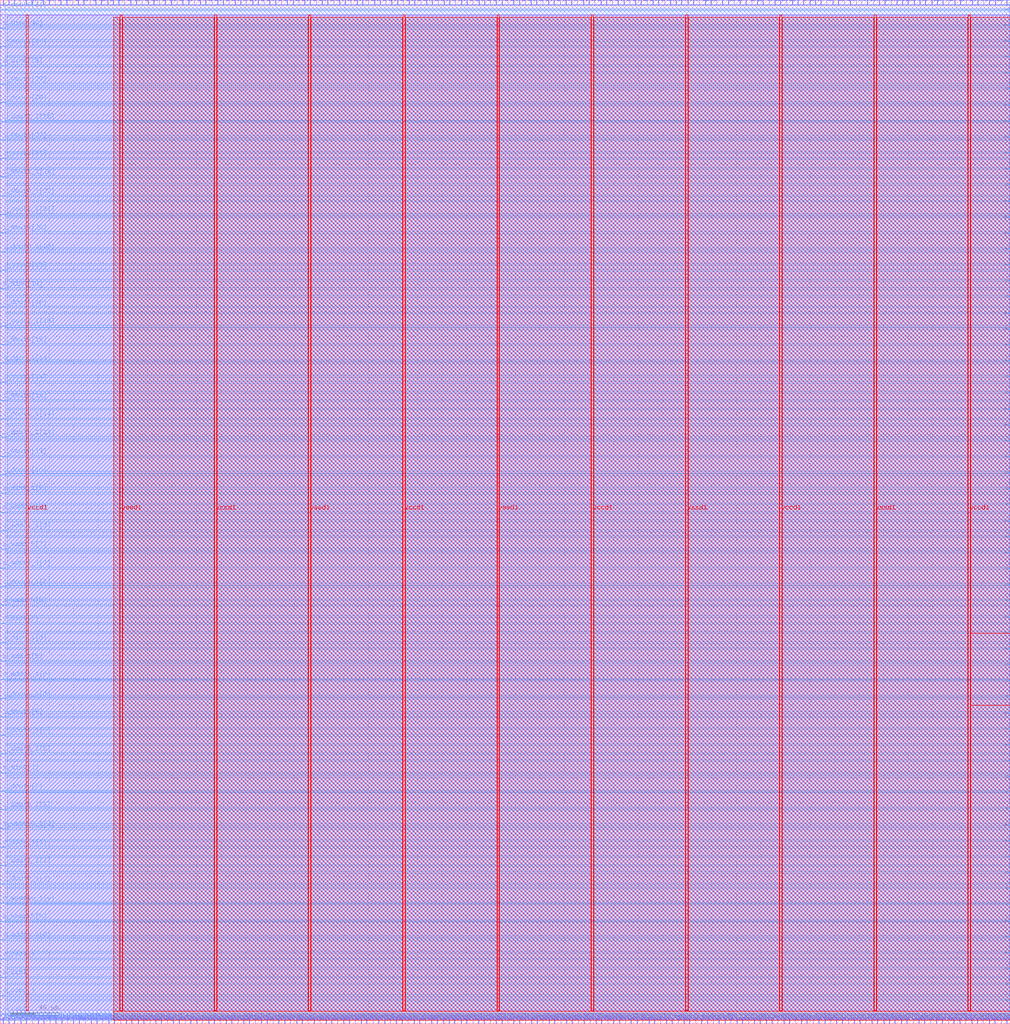
<source format=lef>
VERSION 5.7 ;
  NOWIREEXTENSIONATPIN ON ;
  DIVIDERCHAR "/" ;
  BUSBITCHARS "[]" ;
MACRO user_proj
  CLASS BLOCK ;
  FOREIGN user_proj ;
  ORIGIN 0.000 0.000 ;
  SIZE 823.065 BY 833.785 ;
  PIN i_dout0[0]
    DIRECTION INPUT ;
    USE SIGNAL ;
    PORT
      LAYER met3 ;
        RECT 819.065 32.000 823.065 32.600 ;
    END
  END i_dout0[0]
  PIN i_dout0[10]
    DIRECTION INPUT ;
    USE SIGNAL ;
    PORT
      LAYER met3 ;
        RECT 0.000 446.800 4.000 447.400 ;
    END
  END i_dout0[10]
  PIN i_dout0[11]
    DIRECTION INPUT ;
    USE SIGNAL ;
    PORT
      LAYER met3 ;
        RECT 819.065 396.480 823.065 397.080 ;
    END
  END i_dout0[11]
  PIN i_dout0[12]
    DIRECTION INPUT ;
    USE SIGNAL ;
    PORT
      LAYER met2 ;
        RECT 686.410 0.000 686.690 4.000 ;
    END
  END i_dout0[12]
  PIN i_dout0[13]
    DIRECTION INPUT ;
    USE SIGNAL ;
    PORT
      LAYER met3 ;
        RECT 0.000 461.760 4.000 462.360 ;
    END
  END i_dout0[13]
  PIN i_dout0[14]
    DIRECTION INPUT ;
    USE SIGNAL ;
    PORT
      LAYER met3 ;
        RECT 0.000 507.320 4.000 507.920 ;
    END
  END i_dout0[14]
  PIN i_dout0[15]
    DIRECTION INPUT ;
    USE SIGNAL ;
    PORT
      LAYER met3 ;
        RECT 0.000 552.880 4.000 553.480 ;
    END
  END i_dout0[15]
  PIN i_dout0[16]
    DIRECTION INPUT ;
    USE SIGNAL ;
    PORT
      LAYER met2 ;
        RECT 702.050 829.785 702.330 833.785 ;
    END
  END i_dout0[16]
  PIN i_dout0[17]
    DIRECTION INPUT ;
    USE SIGNAL ;
    PORT
      LAYER met2 ;
        RECT 710.330 0.000 710.610 4.000 ;
    END
  END i_dout0[17]
  PIN i_dout0[18]
    DIRECTION INPUT ;
    USE SIGNAL ;
    PORT
      LAYER met3 ;
        RECT 819.065 552.880 823.065 553.480 ;
    END
  END i_dout0[18]
  PIN i_dout0[19]
    DIRECTION INPUT ;
    USE SIGNAL ;
    PORT
      LAYER met3 ;
        RECT 0.000 613.400 4.000 614.000 ;
    END
  END i_dout0[19]
  PIN i_dout0[1]
    DIRECTION INPUT ;
    USE SIGNAL ;
    PORT
      LAYER met2 ;
        RECT 547.490 0.000 547.770 4.000 ;
    END
  END i_dout0[1]
  PIN i_dout0[20]
    DIRECTION INPUT ;
    USE SIGNAL ;
    PORT
      LAYER met3 ;
        RECT 0.000 644.000 4.000 644.600 ;
    END
  END i_dout0[20]
  PIN i_dout0[21]
    DIRECTION INPUT ;
    USE SIGNAL ;
    PORT
      LAYER met2 ;
        RECT 738.850 0.000 739.130 4.000 ;
    END
  END i_dout0[21]
  PIN i_dout0[22]
    DIRECTION INPUT ;
    USE SIGNAL ;
    PORT
      LAYER met3 ;
        RECT 819.065 592.320 823.065 592.920 ;
    END
  END i_dout0[22]
  PIN i_dout0[23]
    DIRECTION INPUT ;
    USE SIGNAL ;
    PORT
      LAYER met3 ;
        RECT 819.065 605.240 823.065 605.840 ;
    END
  END i_dout0[23]
  PIN i_dout0[24]
    DIRECTION INPUT ;
    USE SIGNAL ;
    PORT
      LAYER met2 ;
        RECT 782.550 829.785 782.830 833.785 ;
    END
  END i_dout0[24]
  PIN i_dout0[25]
    DIRECTION INPUT ;
    USE SIGNAL ;
    PORT
      LAYER met2 ;
        RECT 762.770 0.000 763.050 4.000 ;
    END
  END i_dout0[25]
  PIN i_dout0[26]
    DIRECTION INPUT ;
    USE SIGNAL ;
    PORT
      LAYER met3 ;
        RECT 819.065 709.280 823.065 709.880 ;
    END
  END i_dout0[26]
  PIN i_dout0[27]
    DIRECTION INPUT ;
    USE SIGNAL ;
    PORT
      LAYER met3 ;
        RECT 819.065 748.040 823.065 748.640 ;
    END
  END i_dout0[27]
  PIN i_dout0[28]
    DIRECTION INPUT ;
    USE SIGNAL ;
    PORT
      LAYER met3 ;
        RECT 819.065 774.560 823.065 775.160 ;
    END
  END i_dout0[28]
  PIN i_dout0[29]
    DIRECTION INPUT ;
    USE SIGNAL ;
    PORT
      LAYER met3 ;
        RECT 0.000 750.080 4.000 750.680 ;
    END
  END i_dout0[29]
  PIN i_dout0[2]
    DIRECTION INPUT ;
    USE SIGNAL ;
    PORT
      LAYER met2 ;
        RECT 566.810 0.000 567.090 4.000 ;
    END
  END i_dout0[2]
  PIN i_dout0[30]
    DIRECTION INPUT ;
    USE SIGNAL ;
    PORT
      LAYER met2 ;
        RECT 815.670 829.785 815.950 833.785 ;
    END
  END i_dout0[30]
  PIN i_dout0[31]
    DIRECTION INPUT ;
    USE SIGNAL ;
    PORT
      LAYER met3 ;
        RECT 0.000 825.560 4.000 826.160 ;
    END
  END i_dout0[31]
  PIN i_dout0[3]
    DIRECTION INPUT ;
    USE SIGNAL ;
    PORT
      LAYER met3 ;
        RECT 0.000 189.080 4.000 189.680 ;
    END
  END i_dout0[3]
  PIN i_dout0[4]
    DIRECTION INPUT ;
    USE SIGNAL ;
    PORT
      LAYER met3 ;
        RECT 819.065 188.400 823.065 189.000 ;
    END
  END i_dout0[4]
  PIN i_dout0[5]
    DIRECTION INPUT ;
    USE SIGNAL ;
    PORT
      LAYER met3 ;
        RECT 0.000 249.600 4.000 250.200 ;
    END
  END i_dout0[5]
  PIN i_dout0[6]
    DIRECTION INPUT ;
    USE SIGNAL ;
    PORT
      LAYER met2 ;
        RECT 624.310 0.000 624.590 4.000 ;
    END
  END i_dout0[6]
  PIN i_dout0[7]
    DIRECTION INPUT ;
    USE SIGNAL ;
    PORT
      LAYER met3 ;
        RECT 819.065 253.000 823.065 253.600 ;
    END
  END i_dout0[7]
  PIN i_dout0[8]
    DIRECTION INPUT ;
    USE SIGNAL ;
    PORT
      LAYER met2 ;
        RECT 648.230 0.000 648.510 4.000 ;
    END
  END i_dout0[8]
  PIN i_dout0[9]
    DIRECTION INPUT ;
    USE SIGNAL ;
    PORT
      LAYER met2 ;
        RECT 635.810 829.785 636.090 833.785 ;
    END
  END i_dout0[9]
  PIN i_dout0_1[0]
    DIRECTION INPUT ;
    USE SIGNAL ;
    PORT
      LAYER met3 ;
        RECT 819.065 44.920 823.065 45.520 ;
    END
  END i_dout0_1[0]
  PIN i_dout0_1[10]
    DIRECTION INPUT ;
    USE SIGNAL ;
    PORT
      LAYER met2 ;
        RECT 645.470 829.785 645.750 833.785 ;
    END
  END i_dout0_1[10]
  PIN i_dout0_1[11]
    DIRECTION INPUT ;
    USE SIGNAL ;
    PORT
      LAYER met2 ;
        RECT 659.730 829.785 660.010 833.785 ;
    END
  END i_dout0_1[11]
  PIN i_dout0_1[12]
    DIRECTION INPUT ;
    USE SIGNAL ;
    PORT
      LAYER met2 ;
        RECT 668.930 829.785 669.210 833.785 ;
    END
  END i_dout0_1[12]
  PIN i_dout0_1[13]
    DIRECTION INPUT ;
    USE SIGNAL ;
    PORT
      LAYER met2 ;
        RECT 678.590 829.785 678.870 833.785 ;
    END
  END i_dout0_1[13]
  PIN i_dout0_1[14]
    DIRECTION INPUT ;
    USE SIGNAL ;
    PORT
      LAYER met3 ;
        RECT 0.000 477.400 4.000 478.000 ;
    END
  END i_dout0_1[14]
  PIN i_dout0_1[15]
    DIRECTION INPUT ;
    USE SIGNAL ;
    PORT
      LAYER met3 ;
        RECT 819.065 448.840 823.065 449.440 ;
    END
  END i_dout0_1[15]
  PIN i_dout0_1[16]
    DIRECTION INPUT ;
    USE SIGNAL ;
    PORT
      LAYER met2 ;
        RECT 697.450 829.785 697.730 833.785 ;
    END
  END i_dout0_1[16]
  PIN i_dout0_1[17]
    DIRECTION INPUT ;
    USE SIGNAL ;
    PORT
      LAYER met2 ;
        RECT 705.270 0.000 705.550 4.000 ;
    END
  END i_dout0_1[17]
  PIN i_dout0_1[18]
    DIRECTION INPUT ;
    USE SIGNAL ;
    PORT
      LAYER met2 ;
        RECT 720.910 829.785 721.190 833.785 ;
    END
  END i_dout0_1[18]
  PIN i_dout0_1[19]
    DIRECTION INPUT ;
    USE SIGNAL ;
    PORT
      LAYER met2 ;
        RECT 730.570 829.785 730.850 833.785 ;
    END
  END i_dout0_1[19]
  PIN i_dout0_1[1]
    DIRECTION INPUT ;
    USE SIGNAL ;
    PORT
      LAYER met3 ;
        RECT 0.000 113.600 4.000 114.200 ;
    END
  END i_dout0_1[1]
  PIN i_dout0_1[20]
    DIRECTION INPUT ;
    USE SIGNAL ;
    PORT
      LAYER met3 ;
        RECT 0.000 628.360 4.000 628.960 ;
    END
  END i_dout0_1[20]
  PIN i_dout0_1[21]
    DIRECTION INPUT ;
    USE SIGNAL ;
    PORT
      LAYER met3 ;
        RECT 819.065 578.720 823.065 579.320 ;
    END
  END i_dout0_1[21]
  PIN i_dout0_1[22]
    DIRECTION INPUT ;
    USE SIGNAL ;
    PORT
      LAYER met3 ;
        RECT 0.000 673.920 4.000 674.520 ;
    END
  END i_dout0_1[22]
  PIN i_dout0_1[23]
    DIRECTION INPUT ;
    USE SIGNAL ;
    PORT
      LAYER met2 ;
        RECT 768.290 829.785 768.570 833.785 ;
    END
  END i_dout0_1[23]
  PIN i_dout0_1[24]
    DIRECTION INPUT ;
    USE SIGNAL ;
    PORT
      LAYER met3 ;
        RECT 819.065 631.080 823.065 631.680 ;
    END
  END i_dout0_1[24]
  PIN i_dout0_1[25]
    DIRECTION INPUT ;
    USE SIGNAL ;
    PORT
      LAYER met3 ;
        RECT 819.065 656.920 823.065 657.520 ;
    END
  END i_dout0_1[25]
  PIN i_dout0_1[26]
    DIRECTION INPUT ;
    USE SIGNAL ;
    PORT
      LAYER met2 ;
        RECT 767.830 0.000 768.110 4.000 ;
    END
  END i_dout0_1[26]
  PIN i_dout0_1[27]
    DIRECTION INPUT ;
    USE SIGNAL ;
    PORT
      LAYER met2 ;
        RECT 772.430 0.000 772.710 4.000 ;
    END
  END i_dout0_1[27]
  PIN i_dout0_1[28]
    DIRECTION INPUT ;
    USE SIGNAL ;
    PORT
      LAYER met2 ;
        RECT 806.010 829.785 806.290 833.785 ;
    END
  END i_dout0_1[28]
  PIN i_dout0_1[29]
    DIRECTION INPUT ;
    USE SIGNAL ;
    PORT
      LAYER met2 ;
        RECT 796.350 0.000 796.630 4.000 ;
    END
  END i_dout0_1[29]
  PIN i_dout0_1[2]
    DIRECTION INPUT ;
    USE SIGNAL ;
    PORT
      LAYER met3 ;
        RECT 819.065 83.680 823.065 84.280 ;
    END
  END i_dout0_1[2]
  PIN i_dout0_1[30]
    DIRECTION INPUT ;
    USE SIGNAL ;
    PORT
      LAYER met2 ;
        RECT 811.070 829.785 811.350 833.785 ;
    END
  END i_dout0_1[30]
  PIN i_dout0_1[31]
    DIRECTION INPUT ;
    USE SIGNAL ;
    PORT
      LAYER met2 ;
        RECT 810.610 0.000 810.890 4.000 ;
    END
  END i_dout0_1[31]
  PIN i_dout0_1[3]
    DIRECTION INPUT ;
    USE SIGNAL ;
    PORT
      LAYER met3 ;
        RECT 0.000 174.120 4.000 174.720 ;
    END
  END i_dout0_1[3]
  PIN i_dout0_1[4]
    DIRECTION INPUT ;
    USE SIGNAL ;
    PORT
      LAYER met2 ;
        RECT 585.670 0.000 585.950 4.000 ;
    END
  END i_dout0_1[4]
  PIN i_dout0_1[5]
    DIRECTION INPUT ;
    USE SIGNAL ;
    PORT
      LAYER met3 ;
        RECT 0.000 219.680 4.000 220.280 ;
    END
  END i_dout0_1[5]
  PIN i_dout0_1[6]
    DIRECTION INPUT ;
    USE SIGNAL ;
    PORT
      LAYER met2 ;
        RECT 619.250 0.000 619.530 4.000 ;
    END
  END i_dout0_1[6]
  PIN i_dout0_1[7]
    DIRECTION INPUT ;
    USE SIGNAL ;
    PORT
      LAYER met3 ;
        RECT 819.065 240.080 823.065 240.680 ;
    END
  END i_dout0_1[7]
  PIN i_dout0_1[8]
    DIRECTION INPUT ;
    USE SIGNAL ;
    PORT
      LAYER met3 ;
        RECT 819.065 305.360 823.065 305.960 ;
    END
  END i_dout0_1[8]
  PIN i_dout0_1[9]
    DIRECTION INPUT ;
    USE SIGNAL ;
    PORT
      LAYER met3 ;
        RECT 819.065 370.640 823.065 371.240 ;
    END
  END i_dout0_1[9]
  PIN i_dout1[0]
    DIRECTION INPUT ;
    USE SIGNAL ;
    PORT
      LAYER met2 ;
        RECT 523.570 0.000 523.850 4.000 ;
    END
  END i_dout1[0]
  PIN i_dout1[10]
    DIRECTION INPUT ;
    USE SIGNAL ;
    PORT
      LAYER met2 ;
        RECT 650.070 829.785 650.350 833.785 ;
    END
  END i_dout1[10]
  PIN i_dout1[11]
    DIRECTION INPUT ;
    USE SIGNAL ;
    PORT
      LAYER met3 ;
        RECT 819.065 409.400 823.065 410.000 ;
    END
  END i_dout1[11]
  PIN i_dout1[12]
    DIRECTION INPUT ;
    USE SIGNAL ;
    PORT
      LAYER met2 ;
        RECT 691.010 0.000 691.290 4.000 ;
    END
  END i_dout1[12]
  PIN i_dout1[13]
    DIRECTION INPUT ;
    USE SIGNAL ;
    PORT
      LAYER met2 ;
        RECT 687.790 829.785 688.070 833.785 ;
    END
  END i_dout1[13]
  PIN i_dout1[14]
    DIRECTION INPUT ;
    USE SIGNAL ;
    PORT
      LAYER met3 ;
        RECT 0.000 522.280 4.000 522.880 ;
    END
  END i_dout1[14]
  PIN i_dout1[15]
    DIRECTION INPUT ;
    USE SIGNAL ;
    PORT
      LAYER met3 ;
        RECT 819.065 474.680 823.065 475.280 ;
    END
  END i_dout1[15]
  PIN i_dout1[16]
    DIRECTION INPUT ;
    USE SIGNAL ;
    PORT
      LAYER met2 ;
        RECT 706.650 829.785 706.930 833.785 ;
    END
  END i_dout1[16]
  PIN i_dout1[17]
    DIRECTION INPUT ;
    USE SIGNAL ;
    PORT
      LAYER met3 ;
        RECT 819.065 539.960 823.065 540.560 ;
    END
  END i_dout1[17]
  PIN i_dout1[18]
    DIRECTION INPUT ;
    USE SIGNAL ;
    PORT
      LAYER met3 ;
        RECT 0.000 583.480 4.000 584.080 ;
    END
  END i_dout1[18]
  PIN i_dout1[19]
    DIRECTION INPUT ;
    USE SIGNAL ;
    PORT
      LAYER met2 ;
        RECT 739.770 829.785 740.050 833.785 ;
    END
  END i_dout1[19]
  PIN i_dout1[1]
    DIRECTION INPUT ;
    USE SIGNAL ;
    PORT
      LAYER met2 ;
        RECT 550.710 829.785 550.990 833.785 ;
    END
  END i_dout1[1]
  PIN i_dout1[20]
    DIRECTION INPUT ;
    USE SIGNAL ;
    PORT
      LAYER met2 ;
        RECT 724.590 0.000 724.870 4.000 ;
    END
  END i_dout1[20]
  PIN i_dout1[21]
    DIRECTION INPUT ;
    USE SIGNAL ;
    PORT
      LAYER met2 ;
        RECT 749.430 829.785 749.710 833.785 ;
    END
  END i_dout1[21]
  PIN i_dout1[22]
    DIRECTION INPUT ;
    USE SIGNAL ;
    PORT
      LAYER met2 ;
        RECT 748.510 0.000 748.790 4.000 ;
    END
  END i_dout1[22]
  PIN i_dout1[23]
    DIRECTION INPUT ;
    USE SIGNAL ;
    PORT
      LAYER met2 ;
        RECT 777.950 829.785 778.230 833.785 ;
    END
  END i_dout1[23]
  PIN i_dout1[24]
    DIRECTION INPUT ;
    USE SIGNAL ;
    PORT
      LAYER met3 ;
        RECT 819.065 644.000 823.065 644.600 ;
    END
  END i_dout1[24]
  PIN i_dout1[25]
    DIRECTION INPUT ;
    USE SIGNAL ;
    PORT
      LAYER met3 ;
        RECT 819.065 683.440 823.065 684.040 ;
    END
  END i_dout1[25]
  PIN i_dout1[26]
    DIRECTION INPUT ;
    USE SIGNAL ;
    PORT
      LAYER met3 ;
        RECT 0.000 704.520 4.000 705.120 ;
    END
  END i_dout1[26]
  PIN i_dout1[27]
    DIRECTION INPUT ;
    USE SIGNAL ;
    PORT
      LAYER met3 ;
        RECT 0.000 719.480 4.000 720.080 ;
    END
  END i_dout1[27]
  PIN i_dout1[28]
    DIRECTION INPUT ;
    USE SIGNAL ;
    PORT
      LAYER met3 ;
        RECT 819.065 787.480 823.065 788.080 ;
    END
  END i_dout1[28]
  PIN i_dout1[29]
    DIRECTION INPUT ;
    USE SIGNAL ;
    PORT
      LAYER met3 ;
        RECT 0.000 765.040 4.000 765.640 ;
    END
  END i_dout1[29]
  PIN i_dout1[2]
    DIRECTION INPUT ;
    USE SIGNAL ;
    PORT
      LAYER met2 ;
        RECT 571.410 0.000 571.690 4.000 ;
    END
  END i_dout1[2]
  PIN i_dout1[30]
    DIRECTION INPUT ;
    USE SIGNAL ;
    PORT
      LAYER met3 ;
        RECT 0.000 795.640 4.000 796.240 ;
    END
  END i_dout1[30]
  PIN i_dout1[31]
    DIRECTION INPUT ;
    USE SIGNAL ;
    PORT
      LAYER met2 ;
        RECT 820.270 829.785 820.550 833.785 ;
    END
  END i_dout1[31]
  PIN i_dout1[3]
    DIRECTION INPUT ;
    USE SIGNAL ;
    PORT
      LAYER met2 ;
        RECT 588.430 829.785 588.710 833.785 ;
    END
  END i_dout1[3]
  PIN i_dout1[4]
    DIRECTION INPUT ;
    USE SIGNAL ;
    PORT
      LAYER met2 ;
        RECT 607.750 829.785 608.030 833.785 ;
    END
  END i_dout1[4]
  PIN i_dout1[5]
    DIRECTION INPUT ;
    USE SIGNAL ;
    PORT
      LAYER met3 ;
        RECT 819.065 227.160 823.065 227.760 ;
    END
  END i_dout1[5]
  PIN i_dout1[6]
    DIRECTION INPUT ;
    USE SIGNAL ;
    PORT
      LAYER met2 ;
        RECT 628.910 0.000 629.190 4.000 ;
    END
  END i_dout1[6]
  PIN i_dout1[7]
    DIRECTION INPUT ;
    USE SIGNAL ;
    PORT
      LAYER met2 ;
        RECT 638.570 0.000 638.850 4.000 ;
    END
  END i_dout1[7]
  PIN i_dout1[8]
    DIRECTION INPUT ;
    USE SIGNAL ;
    PORT
      LAYER met2 ;
        RECT 631.210 829.785 631.490 833.785 ;
    END
  END i_dout1[8]
  PIN i_dout1[9]
    DIRECTION INPUT ;
    USE SIGNAL ;
    PORT
      LAYER met2 ;
        RECT 657.430 0.000 657.710 4.000 ;
    END
  END i_dout1[9]
  PIN i_dout1_1[0]
    DIRECTION INPUT ;
    USE SIGNAL ;
    PORT
      LAYER met2 ;
        RECT 541.510 829.785 541.790 833.785 ;
    END
  END i_dout1_1[0]
  PIN i_dout1_1[10]
    DIRECTION INPUT ;
    USE SIGNAL ;
    PORT
      LAYER met2 ;
        RECT 662.490 0.000 662.770 4.000 ;
    END
  END i_dout1_1[10]
  PIN i_dout1_1[11]
    DIRECTION INPUT ;
    USE SIGNAL ;
    PORT
      LAYER met2 ;
        RECT 672.150 0.000 672.430 4.000 ;
    END
  END i_dout1_1[11]
  PIN i_dout1_1[12]
    DIRECTION INPUT ;
    USE SIGNAL ;
    PORT
      LAYER met2 ;
        RECT 681.350 0.000 681.630 4.000 ;
    END
  END i_dout1_1[12]
  PIN i_dout1_1[13]
    DIRECTION INPUT ;
    USE SIGNAL ;
    PORT
      LAYER met2 ;
        RECT 683.190 829.785 683.470 833.785 ;
    END
  END i_dout1_1[13]
  PIN i_dout1_1[14]
    DIRECTION INPUT ;
    USE SIGNAL ;
    PORT
      LAYER met3 ;
        RECT 0.000 492.360 4.000 492.960 ;
    END
  END i_dout1_1[14]
  PIN i_dout1_1[15]
    DIRECTION INPUT ;
    USE SIGNAL ;
    PORT
      LAYER met3 ;
        RECT 819.065 461.760 823.065 462.360 ;
    END
  END i_dout1_1[15]
  PIN i_dout1_1[16]
    DIRECTION INPUT ;
    USE SIGNAL ;
    PORT
      LAYER met3 ;
        RECT 819.065 500.520 823.065 501.120 ;
    END
  END i_dout1_1[16]
  PIN i_dout1_1[17]
    DIRECTION INPUT ;
    USE SIGNAL ;
    PORT
      LAYER met3 ;
        RECT 819.065 527.040 823.065 527.640 ;
    END
  END i_dout1_1[17]
  PIN i_dout1_1[18]
    DIRECTION INPUT ;
    USE SIGNAL ;
    PORT
      LAYER met3 ;
        RECT 0.000 567.840 4.000 568.440 ;
    END
  END i_dout1_1[18]
  PIN i_dout1_1[19]
    DIRECTION INPUT ;
    USE SIGNAL ;
    PORT
      LAYER met2 ;
        RECT 735.170 829.785 735.450 833.785 ;
    END
  END i_dout1_1[19]
  PIN i_dout1_1[1]
    DIRECTION INPUT ;
    USE SIGNAL ;
    PORT
      LAYER met3 ;
        RECT 0.000 128.560 4.000 129.160 ;
    END
  END i_dout1_1[1]
  PIN i_dout1_1[20]
    DIRECTION INPUT ;
    USE SIGNAL ;
    PORT
      LAYER met2 ;
        RECT 719.990 0.000 720.270 4.000 ;
    END
  END i_dout1_1[20]
  PIN i_dout1_1[21]
    DIRECTION INPUT ;
    USE SIGNAL ;
    PORT
      LAYER met3 ;
        RECT 0.000 658.960 4.000 659.560 ;
    END
  END i_dout1_1[21]
  PIN i_dout1_1[22]
    DIRECTION INPUT ;
    USE SIGNAL ;
    PORT
      LAYER met2 ;
        RECT 759.090 829.785 759.370 833.785 ;
    END
  END i_dout1_1[22]
  PIN i_dout1_1[23]
    DIRECTION INPUT ;
    USE SIGNAL ;
    PORT
      LAYER met2 ;
        RECT 772.890 829.785 773.170 833.785 ;
    END
  END i_dout1_1[23]
  PIN i_dout1_1[24]
    DIRECTION INPUT ;
    USE SIGNAL ;
    PORT
      LAYER met3 ;
        RECT 0.000 689.560 4.000 690.160 ;
    END
  END i_dout1_1[24]
  PIN i_dout1_1[25]
    DIRECTION INPUT ;
    USE SIGNAL ;
    PORT
      LAYER met3 ;
        RECT 819.065 669.840 823.065 670.440 ;
    END
  END i_dout1_1[25]
  PIN i_dout1_1[26]
    DIRECTION INPUT ;
    USE SIGNAL ;
    PORT
      LAYER met2 ;
        RECT 801.410 829.785 801.690 833.785 ;
    END
  END i_dout1_1[26]
  PIN i_dout1_1[27]
    DIRECTION INPUT ;
    USE SIGNAL ;
    PORT
      LAYER met2 ;
        RECT 777.030 0.000 777.310 4.000 ;
    END
  END i_dout1_1[27]
  PIN i_dout1_1[28]
    DIRECTION INPUT ;
    USE SIGNAL ;
    PORT
      LAYER met3 ;
        RECT 0.000 734.440 4.000 735.040 ;
    END
  END i_dout1_1[28]
  PIN i_dout1_1[29]
    DIRECTION INPUT ;
    USE SIGNAL ;
    PORT
      LAYER met2 ;
        RECT 800.950 0.000 801.230 4.000 ;
    END
  END i_dout1_1[29]
  PIN i_dout1_1[2]
    DIRECTION INPUT ;
    USE SIGNAL ;
    PORT
      LAYER met3 ;
        RECT 819.065 97.280 823.065 97.880 ;
    END
  END i_dout1_1[2]
  PIN i_dout1_1[30]
    DIRECTION INPUT ;
    USE SIGNAL ;
    PORT
      LAYER met3 ;
        RECT 819.065 800.400 823.065 801.000 ;
    END
  END i_dout1_1[30]
  PIN i_dout1_1[31]
    DIRECTION INPUT ;
    USE SIGNAL ;
    PORT
      LAYER met2 ;
        RECT 815.670 0.000 815.950 4.000 ;
    END
  END i_dout1_1[31]
  PIN i_dout1_1[3]
    DIRECTION INPUT ;
    USE SIGNAL ;
    PORT
      LAYER met2 ;
        RECT 576.470 0.000 576.750 4.000 ;
    END
  END i_dout1_1[3]
  PIN i_dout1_1[4]
    DIRECTION INPUT ;
    USE SIGNAL ;
    PORT
      LAYER met3 ;
        RECT 819.065 175.480 823.065 176.080 ;
    END
  END i_dout1_1[4]
  PIN i_dout1_1[5]
    DIRECTION INPUT ;
    USE SIGNAL ;
    PORT
      LAYER met3 ;
        RECT 0.000 234.640 4.000 235.240 ;
    END
  END i_dout1_1[5]
  PIN i_dout1_1[6]
    DIRECTION INPUT ;
    USE SIGNAL ;
    PORT
      LAYER met3 ;
        RECT 0.000 264.560 4.000 265.160 ;
    END
  END i_dout1_1[6]
  PIN i_dout1_1[7]
    DIRECTION INPUT ;
    USE SIGNAL ;
    PORT
      LAYER met3 ;
        RECT 0.000 355.680 4.000 356.280 ;
    END
  END i_dout1_1[7]
  PIN i_dout1_1[8]
    DIRECTION INPUT ;
    USE SIGNAL ;
    PORT
      LAYER met3 ;
        RECT 819.065 318.280 823.065 318.880 ;
    END
  END i_dout1_1[8]
  PIN i_dout1_1[9]
    DIRECTION INPUT ;
    USE SIGNAL ;
    PORT
      LAYER met3 ;
        RECT 819.065 383.560 823.065 384.160 ;
    END
  END i_dout1_1[9]
  PIN io_in[0]
    DIRECTION INPUT ;
    USE SIGNAL ;
    PORT
      LAYER met2 ;
        RECT 2.390 829.785 2.670 833.785 ;
    END
  END io_in[0]
  PIN io_in[10]
    DIRECTION INPUT ;
    USE SIGNAL ;
    PORT
      LAYER met2 ;
        RECT 144.070 829.785 144.350 833.785 ;
    END
  END io_in[10]
  PIN io_in[11]
    DIRECTION INPUT ;
    USE SIGNAL ;
    PORT
      LAYER met2 ;
        RECT 158.330 829.785 158.610 833.785 ;
    END
  END io_in[11]
  PIN io_in[12]
    DIRECTION INPUT ;
    USE SIGNAL ;
    PORT
      LAYER met2 ;
        RECT 172.590 829.785 172.870 833.785 ;
    END
  END io_in[12]
  PIN io_in[13]
    DIRECTION INPUT ;
    USE SIGNAL ;
    PORT
      LAYER met2 ;
        RECT 186.390 829.785 186.670 833.785 ;
    END
  END io_in[13]
  PIN io_in[14]
    DIRECTION INPUT ;
    USE SIGNAL ;
    PORT
      LAYER met2 ;
        RECT 200.650 829.785 200.930 833.785 ;
    END
  END io_in[14]
  PIN io_in[15]
    DIRECTION INPUT ;
    USE SIGNAL ;
    PORT
      LAYER met2 ;
        RECT 214.910 829.785 215.190 833.785 ;
    END
  END io_in[15]
  PIN io_in[16]
    DIRECTION INPUT ;
    USE SIGNAL ;
    PORT
      LAYER met2 ;
        RECT 229.170 829.785 229.450 833.785 ;
    END
  END io_in[16]
  PIN io_in[17]
    DIRECTION INPUT ;
    USE SIGNAL ;
    PORT
      LAYER met2 ;
        RECT 243.430 829.785 243.710 833.785 ;
    END
  END io_in[17]
  PIN io_in[18]
    DIRECTION INPUT ;
    USE SIGNAL ;
    PORT
      LAYER met2 ;
        RECT 257.690 829.785 257.970 833.785 ;
    END
  END io_in[18]
  PIN io_in[19]
    DIRECTION INPUT ;
    USE SIGNAL ;
    PORT
      LAYER met2 ;
        RECT 271.950 829.785 272.230 833.785 ;
    END
  END io_in[19]
  PIN io_in[1]
    DIRECTION INPUT ;
    USE SIGNAL ;
    PORT
      LAYER met2 ;
        RECT 16.190 829.785 16.470 833.785 ;
    END
  END io_in[1]
  PIN io_in[20]
    DIRECTION INPUT ;
    USE SIGNAL ;
    PORT
      LAYER met2 ;
        RECT 285.750 829.785 286.030 833.785 ;
    END
  END io_in[20]
  PIN io_in[21]
    DIRECTION INPUT ;
    USE SIGNAL ;
    PORT
      LAYER met2 ;
        RECT 300.010 829.785 300.290 833.785 ;
    END
  END io_in[21]
  PIN io_in[22]
    DIRECTION INPUT ;
    USE SIGNAL ;
    PORT
      LAYER met2 ;
        RECT 314.270 829.785 314.550 833.785 ;
    END
  END io_in[22]
  PIN io_in[23]
    DIRECTION INPUT ;
    USE SIGNAL ;
    PORT
      LAYER met2 ;
        RECT 328.530 829.785 328.810 833.785 ;
    END
  END io_in[23]
  PIN io_in[24]
    DIRECTION INPUT ;
    USE SIGNAL ;
    PORT
      LAYER met2 ;
        RECT 342.790 829.785 343.070 833.785 ;
    END
  END io_in[24]
  PIN io_in[25]
    DIRECTION INPUT ;
    USE SIGNAL ;
    PORT
      LAYER met2 ;
        RECT 357.050 829.785 357.330 833.785 ;
    END
  END io_in[25]
  PIN io_in[26]
    DIRECTION INPUT ;
    USE SIGNAL ;
    PORT
      LAYER met2 ;
        RECT 370.850 829.785 371.130 833.785 ;
    END
  END io_in[26]
  PIN io_in[27]
    DIRECTION INPUT ;
    USE SIGNAL ;
    PORT
      LAYER met2 ;
        RECT 385.110 829.785 385.390 833.785 ;
    END
  END io_in[27]
  PIN io_in[28]
    DIRECTION INPUT ;
    USE SIGNAL ;
    PORT
      LAYER met2 ;
        RECT 399.370 829.785 399.650 833.785 ;
    END
  END io_in[28]
  PIN io_in[29]
    DIRECTION INPUT ;
    USE SIGNAL ;
    PORT
      LAYER met2 ;
        RECT 413.630 829.785 413.910 833.785 ;
    END
  END io_in[29]
  PIN io_in[2]
    DIRECTION INPUT ;
    USE SIGNAL ;
    PORT
      LAYER met2 ;
        RECT 30.450 829.785 30.730 833.785 ;
    END
  END io_in[2]
  PIN io_in[30]
    DIRECTION INPUT ;
    USE SIGNAL ;
    PORT
      LAYER met2 ;
        RECT 427.890 829.785 428.170 833.785 ;
    END
  END io_in[30]
  PIN io_in[31]
    DIRECTION INPUT ;
    USE SIGNAL ;
    PORT
      LAYER met2 ;
        RECT 442.150 829.785 442.430 833.785 ;
    END
  END io_in[31]
  PIN io_in[32]
    DIRECTION INPUT ;
    USE SIGNAL ;
    PORT
      LAYER met2 ;
        RECT 456.410 829.785 456.690 833.785 ;
    END
  END io_in[32]
  PIN io_in[33]
    DIRECTION INPUT ;
    USE SIGNAL ;
    PORT
      LAYER met2 ;
        RECT 470.210 829.785 470.490 833.785 ;
    END
  END io_in[33]
  PIN io_in[34]
    DIRECTION INPUT ;
    USE SIGNAL ;
    PORT
      LAYER met2 ;
        RECT 484.470 829.785 484.750 833.785 ;
    END
  END io_in[34]
  PIN io_in[35]
    DIRECTION INPUT ;
    USE SIGNAL ;
    PORT
      LAYER met2 ;
        RECT 498.730 829.785 499.010 833.785 ;
    END
  END io_in[35]
  PIN io_in[36]
    DIRECTION INPUT ;
    USE SIGNAL ;
    PORT
      LAYER met2 ;
        RECT 512.990 829.785 513.270 833.785 ;
    END
  END io_in[36]
  PIN io_in[37]
    DIRECTION INPUT ;
    USE SIGNAL ;
    PORT
      LAYER met2 ;
        RECT 527.250 829.785 527.530 833.785 ;
    END
  END io_in[37]
  PIN io_in[3]
    DIRECTION INPUT ;
    USE SIGNAL ;
    PORT
      LAYER met2 ;
        RECT 44.710 829.785 44.990 833.785 ;
    END
  END io_in[3]
  PIN io_in[4]
    DIRECTION INPUT ;
    USE SIGNAL ;
    PORT
      LAYER met2 ;
        RECT 58.970 829.785 59.250 833.785 ;
    END
  END io_in[4]
  PIN io_in[5]
    DIRECTION INPUT ;
    USE SIGNAL ;
    PORT
      LAYER met2 ;
        RECT 73.230 829.785 73.510 833.785 ;
    END
  END io_in[5]
  PIN io_in[6]
    DIRECTION INPUT ;
    USE SIGNAL ;
    PORT
      LAYER met2 ;
        RECT 87.490 829.785 87.770 833.785 ;
    END
  END io_in[6]
  PIN io_in[7]
    DIRECTION INPUT ;
    USE SIGNAL ;
    PORT
      LAYER met2 ;
        RECT 101.290 829.785 101.570 833.785 ;
    END
  END io_in[7]
  PIN io_in[8]
    DIRECTION INPUT ;
    USE SIGNAL ;
    PORT
      LAYER met2 ;
        RECT 115.550 829.785 115.830 833.785 ;
    END
  END io_in[8]
  PIN io_in[9]
    DIRECTION INPUT ;
    USE SIGNAL ;
    PORT
      LAYER met2 ;
        RECT 129.810 829.785 130.090 833.785 ;
    END
  END io_in[9]
  PIN io_oeb[0]
    DIRECTION OUTPUT TRISTATE ;
    USE SIGNAL ;
    PORT
      LAYER met2 ;
        RECT 6.990 829.785 7.270 833.785 ;
    END
  END io_oeb[0]
  PIN io_oeb[10]
    DIRECTION OUTPUT TRISTATE ;
    USE SIGNAL ;
    PORT
      LAYER met2 ;
        RECT 148.670 829.785 148.950 833.785 ;
    END
  END io_oeb[10]
  PIN io_oeb[11]
    DIRECTION OUTPUT TRISTATE ;
    USE SIGNAL ;
    PORT
      LAYER met2 ;
        RECT 162.930 829.785 163.210 833.785 ;
    END
  END io_oeb[11]
  PIN io_oeb[12]
    DIRECTION OUTPUT TRISTATE ;
    USE SIGNAL ;
    PORT
      LAYER met2 ;
        RECT 177.190 829.785 177.470 833.785 ;
    END
  END io_oeb[12]
  PIN io_oeb[13]
    DIRECTION OUTPUT TRISTATE ;
    USE SIGNAL ;
    PORT
      LAYER met2 ;
        RECT 191.450 829.785 191.730 833.785 ;
    END
  END io_oeb[13]
  PIN io_oeb[14]
    DIRECTION OUTPUT TRISTATE ;
    USE SIGNAL ;
    PORT
      LAYER met2 ;
        RECT 205.710 829.785 205.990 833.785 ;
    END
  END io_oeb[14]
  PIN io_oeb[15]
    DIRECTION OUTPUT TRISTATE ;
    USE SIGNAL ;
    PORT
      LAYER met2 ;
        RECT 219.510 829.785 219.790 833.785 ;
    END
  END io_oeb[15]
  PIN io_oeb[16]
    DIRECTION OUTPUT TRISTATE ;
    USE SIGNAL ;
    PORT
      LAYER met2 ;
        RECT 233.770 829.785 234.050 833.785 ;
    END
  END io_oeb[16]
  PIN io_oeb[17]
    DIRECTION OUTPUT TRISTATE ;
    USE SIGNAL ;
    PORT
      LAYER met2 ;
        RECT 248.030 829.785 248.310 833.785 ;
    END
  END io_oeb[17]
  PIN io_oeb[18]
    DIRECTION OUTPUT TRISTATE ;
    USE SIGNAL ;
    PORT
      LAYER met2 ;
        RECT 262.290 829.785 262.570 833.785 ;
    END
  END io_oeb[18]
  PIN io_oeb[19]
    DIRECTION OUTPUT TRISTATE ;
    USE SIGNAL ;
    PORT
      LAYER met2 ;
        RECT 276.550 829.785 276.830 833.785 ;
    END
  END io_oeb[19]
  PIN io_oeb[1]
    DIRECTION OUTPUT TRISTATE ;
    USE SIGNAL ;
    PORT
      LAYER met2 ;
        RECT 21.250 829.785 21.530 833.785 ;
    END
  END io_oeb[1]
  PIN io_oeb[20]
    DIRECTION OUTPUT TRISTATE ;
    USE SIGNAL ;
    PORT
      LAYER met2 ;
        RECT 290.810 829.785 291.090 833.785 ;
    END
  END io_oeb[20]
  PIN io_oeb[21]
    DIRECTION OUTPUT TRISTATE ;
    USE SIGNAL ;
    PORT
      LAYER met2 ;
        RECT 305.070 829.785 305.350 833.785 ;
    END
  END io_oeb[21]
  PIN io_oeb[22]
    DIRECTION OUTPUT TRISTATE ;
    USE SIGNAL ;
    PORT
      LAYER met2 ;
        RECT 318.870 829.785 319.150 833.785 ;
    END
  END io_oeb[22]
  PIN io_oeb[23]
    DIRECTION OUTPUT TRISTATE ;
    USE SIGNAL ;
    PORT
      LAYER met2 ;
        RECT 333.130 829.785 333.410 833.785 ;
    END
  END io_oeb[23]
  PIN io_oeb[24]
    DIRECTION OUTPUT TRISTATE ;
    USE SIGNAL ;
    PORT
      LAYER met2 ;
        RECT 347.390 829.785 347.670 833.785 ;
    END
  END io_oeb[24]
  PIN io_oeb[25]
    DIRECTION OUTPUT TRISTATE ;
    USE SIGNAL ;
    PORT
      LAYER met2 ;
        RECT 361.650 829.785 361.930 833.785 ;
    END
  END io_oeb[25]
  PIN io_oeb[26]
    DIRECTION OUTPUT TRISTATE ;
    USE SIGNAL ;
    PORT
      LAYER met2 ;
        RECT 375.910 829.785 376.190 833.785 ;
    END
  END io_oeb[26]
  PIN io_oeb[27]
    DIRECTION OUTPUT TRISTATE ;
    USE SIGNAL ;
    PORT
      LAYER met2 ;
        RECT 390.170 829.785 390.450 833.785 ;
    END
  END io_oeb[27]
  PIN io_oeb[28]
    DIRECTION OUTPUT TRISTATE ;
    USE SIGNAL ;
    PORT
      LAYER met2 ;
        RECT 403.970 829.785 404.250 833.785 ;
    END
  END io_oeb[28]
  PIN io_oeb[29]
    DIRECTION OUTPUT TRISTATE ;
    USE SIGNAL ;
    PORT
      LAYER met2 ;
        RECT 418.230 829.785 418.510 833.785 ;
    END
  END io_oeb[29]
  PIN io_oeb[2]
    DIRECTION OUTPUT TRISTATE ;
    USE SIGNAL ;
    PORT
      LAYER met2 ;
        RECT 35.050 829.785 35.330 833.785 ;
    END
  END io_oeb[2]
  PIN io_oeb[30]
    DIRECTION OUTPUT TRISTATE ;
    USE SIGNAL ;
    PORT
      LAYER met2 ;
        RECT 432.490 829.785 432.770 833.785 ;
    END
  END io_oeb[30]
  PIN io_oeb[31]
    DIRECTION OUTPUT TRISTATE ;
    USE SIGNAL ;
    PORT
      LAYER met2 ;
        RECT 446.750 829.785 447.030 833.785 ;
    END
  END io_oeb[31]
  PIN io_oeb[32]
    DIRECTION OUTPUT TRISTATE ;
    USE SIGNAL ;
    PORT
      LAYER met2 ;
        RECT 461.010 829.785 461.290 833.785 ;
    END
  END io_oeb[32]
  PIN io_oeb[33]
    DIRECTION OUTPUT TRISTATE ;
    USE SIGNAL ;
    PORT
      LAYER met2 ;
        RECT 475.270 829.785 475.550 833.785 ;
    END
  END io_oeb[33]
  PIN io_oeb[34]
    DIRECTION OUTPUT TRISTATE ;
    USE SIGNAL ;
    PORT
      LAYER met2 ;
        RECT 489.530 829.785 489.810 833.785 ;
    END
  END io_oeb[34]
  PIN io_oeb[35]
    DIRECTION OUTPUT TRISTATE ;
    USE SIGNAL ;
    PORT
      LAYER met2 ;
        RECT 503.330 829.785 503.610 833.785 ;
    END
  END io_oeb[35]
  PIN io_oeb[36]
    DIRECTION OUTPUT TRISTATE ;
    USE SIGNAL ;
    PORT
      LAYER met2 ;
        RECT 517.590 829.785 517.870 833.785 ;
    END
  END io_oeb[36]
  PIN io_oeb[37]
    DIRECTION OUTPUT TRISTATE ;
    USE SIGNAL ;
    PORT
      LAYER met2 ;
        RECT 531.850 829.785 532.130 833.785 ;
    END
  END io_oeb[37]
  PIN io_oeb[3]
    DIRECTION OUTPUT TRISTATE ;
    USE SIGNAL ;
    PORT
      LAYER met2 ;
        RECT 49.310 829.785 49.590 833.785 ;
    END
  END io_oeb[3]
  PIN io_oeb[4]
    DIRECTION OUTPUT TRISTATE ;
    USE SIGNAL ;
    PORT
      LAYER met2 ;
        RECT 63.570 829.785 63.850 833.785 ;
    END
  END io_oeb[4]
  PIN io_oeb[5]
    DIRECTION OUTPUT TRISTATE ;
    USE SIGNAL ;
    PORT
      LAYER met2 ;
        RECT 77.830 829.785 78.110 833.785 ;
    END
  END io_oeb[5]
  PIN io_oeb[6]
    DIRECTION OUTPUT TRISTATE ;
    USE SIGNAL ;
    PORT
      LAYER met2 ;
        RECT 92.090 829.785 92.370 833.785 ;
    END
  END io_oeb[6]
  PIN io_oeb[7]
    DIRECTION OUTPUT TRISTATE ;
    USE SIGNAL ;
    PORT
      LAYER met2 ;
        RECT 106.350 829.785 106.630 833.785 ;
    END
  END io_oeb[7]
  PIN io_oeb[8]
    DIRECTION OUTPUT TRISTATE ;
    USE SIGNAL ;
    PORT
      LAYER met2 ;
        RECT 120.610 829.785 120.890 833.785 ;
    END
  END io_oeb[8]
  PIN io_oeb[9]
    DIRECTION OUTPUT TRISTATE ;
    USE SIGNAL ;
    PORT
      LAYER met2 ;
        RECT 134.410 829.785 134.690 833.785 ;
    END
  END io_oeb[9]
  PIN io_out[0]
    DIRECTION OUTPUT TRISTATE ;
    USE SIGNAL ;
    PORT
      LAYER met2 ;
        RECT 11.590 829.785 11.870 833.785 ;
    END
  END io_out[0]
  PIN io_out[10]
    DIRECTION OUTPUT TRISTATE ;
    USE SIGNAL ;
    PORT
      LAYER met2 ;
        RECT 153.730 829.785 154.010 833.785 ;
    END
  END io_out[10]
  PIN io_out[11]
    DIRECTION OUTPUT TRISTATE ;
    USE SIGNAL ;
    PORT
      LAYER met2 ;
        RECT 167.530 829.785 167.810 833.785 ;
    END
  END io_out[11]
  PIN io_out[12]
    DIRECTION OUTPUT TRISTATE ;
    USE SIGNAL ;
    PORT
      LAYER met2 ;
        RECT 181.790 829.785 182.070 833.785 ;
    END
  END io_out[12]
  PIN io_out[13]
    DIRECTION OUTPUT TRISTATE ;
    USE SIGNAL ;
    PORT
      LAYER met2 ;
        RECT 196.050 829.785 196.330 833.785 ;
    END
  END io_out[13]
  PIN io_out[14]
    DIRECTION OUTPUT TRISTATE ;
    USE SIGNAL ;
    PORT
      LAYER met2 ;
        RECT 210.310 829.785 210.590 833.785 ;
    END
  END io_out[14]
  PIN io_out[15]
    DIRECTION OUTPUT TRISTATE ;
    USE SIGNAL ;
    PORT
      LAYER met2 ;
        RECT 224.570 829.785 224.850 833.785 ;
    END
  END io_out[15]
  PIN io_out[16]
    DIRECTION OUTPUT TRISTATE ;
    USE SIGNAL ;
    PORT
      LAYER met2 ;
        RECT 238.830 829.785 239.110 833.785 ;
    END
  END io_out[16]
  PIN io_out[17]
    DIRECTION OUTPUT TRISTATE ;
    USE SIGNAL ;
    PORT
      LAYER met2 ;
        RECT 252.630 829.785 252.910 833.785 ;
    END
  END io_out[17]
  PIN io_out[18]
    DIRECTION OUTPUT TRISTATE ;
    USE SIGNAL ;
    PORT
      LAYER met2 ;
        RECT 266.890 829.785 267.170 833.785 ;
    END
  END io_out[18]
  PIN io_out[19]
    DIRECTION OUTPUT TRISTATE ;
    USE SIGNAL ;
    PORT
      LAYER met2 ;
        RECT 281.150 829.785 281.430 833.785 ;
    END
  END io_out[19]
  PIN io_out[1]
    DIRECTION OUTPUT TRISTATE ;
    USE SIGNAL ;
    PORT
      LAYER met2 ;
        RECT 25.850 829.785 26.130 833.785 ;
    END
  END io_out[1]
  PIN io_out[20]
    DIRECTION OUTPUT TRISTATE ;
    USE SIGNAL ;
    PORT
      LAYER met2 ;
        RECT 295.410 829.785 295.690 833.785 ;
    END
  END io_out[20]
  PIN io_out[21]
    DIRECTION OUTPUT TRISTATE ;
    USE SIGNAL ;
    PORT
      LAYER met2 ;
        RECT 309.670 829.785 309.950 833.785 ;
    END
  END io_out[21]
  PIN io_out[22]
    DIRECTION OUTPUT TRISTATE ;
    USE SIGNAL ;
    PORT
      LAYER met2 ;
        RECT 323.930 829.785 324.210 833.785 ;
    END
  END io_out[22]
  PIN io_out[23]
    DIRECTION OUTPUT TRISTATE ;
    USE SIGNAL ;
    PORT
      LAYER met2 ;
        RECT 337.730 829.785 338.010 833.785 ;
    END
  END io_out[23]
  PIN io_out[24]
    DIRECTION OUTPUT TRISTATE ;
    USE SIGNAL ;
    PORT
      LAYER met2 ;
        RECT 351.990 829.785 352.270 833.785 ;
    END
  END io_out[24]
  PIN io_out[25]
    DIRECTION OUTPUT TRISTATE ;
    USE SIGNAL ;
    PORT
      LAYER met2 ;
        RECT 366.250 829.785 366.530 833.785 ;
    END
  END io_out[25]
  PIN io_out[26]
    DIRECTION OUTPUT TRISTATE ;
    USE SIGNAL ;
    PORT
      LAYER met2 ;
        RECT 380.510 829.785 380.790 833.785 ;
    END
  END io_out[26]
  PIN io_out[27]
    DIRECTION OUTPUT TRISTATE ;
    USE SIGNAL ;
    PORT
      LAYER met2 ;
        RECT 394.770 829.785 395.050 833.785 ;
    END
  END io_out[27]
  PIN io_out[28]
    DIRECTION OUTPUT TRISTATE ;
    USE SIGNAL ;
    PORT
      LAYER met2 ;
        RECT 409.030 829.785 409.310 833.785 ;
    END
  END io_out[28]
  PIN io_out[29]
    DIRECTION OUTPUT TRISTATE ;
    USE SIGNAL ;
    PORT
      LAYER met2 ;
        RECT 423.290 829.785 423.570 833.785 ;
    END
  END io_out[29]
  PIN io_out[2]
    DIRECTION OUTPUT TRISTATE ;
    USE SIGNAL ;
    PORT
      LAYER met2 ;
        RECT 40.110 829.785 40.390 833.785 ;
    END
  END io_out[2]
  PIN io_out[30]
    DIRECTION OUTPUT TRISTATE ;
    USE SIGNAL ;
    PORT
      LAYER met2 ;
        RECT 437.090 829.785 437.370 833.785 ;
    END
  END io_out[30]
  PIN io_out[31]
    DIRECTION OUTPUT TRISTATE ;
    USE SIGNAL ;
    PORT
      LAYER met2 ;
        RECT 451.350 829.785 451.630 833.785 ;
    END
  END io_out[31]
  PIN io_out[32]
    DIRECTION OUTPUT TRISTATE ;
    USE SIGNAL ;
    PORT
      LAYER met2 ;
        RECT 465.610 829.785 465.890 833.785 ;
    END
  END io_out[32]
  PIN io_out[33]
    DIRECTION OUTPUT TRISTATE ;
    USE SIGNAL ;
    PORT
      LAYER met2 ;
        RECT 479.870 829.785 480.150 833.785 ;
    END
  END io_out[33]
  PIN io_out[34]
    DIRECTION OUTPUT TRISTATE ;
    USE SIGNAL ;
    PORT
      LAYER met2 ;
        RECT 494.130 829.785 494.410 833.785 ;
    END
  END io_out[34]
  PIN io_out[35]
    DIRECTION OUTPUT TRISTATE ;
    USE SIGNAL ;
    PORT
      LAYER met2 ;
        RECT 508.390 829.785 508.670 833.785 ;
    END
  END io_out[35]
  PIN io_out[36]
    DIRECTION OUTPUT TRISTATE ;
    USE SIGNAL ;
    PORT
      LAYER met2 ;
        RECT 522.190 829.785 522.470 833.785 ;
    END
  END io_out[36]
  PIN io_out[37]
    DIRECTION OUTPUT TRISTATE ;
    USE SIGNAL ;
    PORT
      LAYER met2 ;
        RECT 536.450 829.785 536.730 833.785 ;
    END
  END io_out[37]
  PIN io_out[3]
    DIRECTION OUTPUT TRISTATE ;
    USE SIGNAL ;
    PORT
      LAYER met2 ;
        RECT 54.370 829.785 54.650 833.785 ;
    END
  END io_out[3]
  PIN io_out[4]
    DIRECTION OUTPUT TRISTATE ;
    USE SIGNAL ;
    PORT
      LAYER met2 ;
        RECT 68.170 829.785 68.450 833.785 ;
    END
  END io_out[4]
  PIN io_out[5]
    DIRECTION OUTPUT TRISTATE ;
    USE SIGNAL ;
    PORT
      LAYER met2 ;
        RECT 82.430 829.785 82.710 833.785 ;
    END
  END io_out[5]
  PIN io_out[6]
    DIRECTION OUTPUT TRISTATE ;
    USE SIGNAL ;
    PORT
      LAYER met2 ;
        RECT 96.690 829.785 96.970 833.785 ;
    END
  END io_out[6]
  PIN io_out[7]
    DIRECTION OUTPUT TRISTATE ;
    USE SIGNAL ;
    PORT
      LAYER met2 ;
        RECT 110.950 829.785 111.230 833.785 ;
    END
  END io_out[7]
  PIN io_out[8]
    DIRECTION OUTPUT TRISTATE ;
    USE SIGNAL ;
    PORT
      LAYER met2 ;
        RECT 125.210 829.785 125.490 833.785 ;
    END
  END io_out[8]
  PIN io_out[9]
    DIRECTION OUTPUT TRISTATE ;
    USE SIGNAL ;
    PORT
      LAYER met2 ;
        RECT 139.470 829.785 139.750 833.785 ;
    END
  END io_out[9]
  PIN irq[0]
    DIRECTION OUTPUT TRISTATE ;
    USE SIGNAL ;
    PORT
      LAYER met2 ;
        RECT 509.310 0.000 509.590 4.000 ;
    END
  END irq[0]
  PIN irq[1]
    DIRECTION OUTPUT TRISTATE ;
    USE SIGNAL ;
    PORT
      LAYER met2 ;
        RECT 513.910 0.000 514.190 4.000 ;
    END
  END irq[1]
  PIN irq[2]
    DIRECTION OUTPUT TRISTATE ;
    USE SIGNAL ;
    PORT
      LAYER met2 ;
        RECT 518.970 0.000 519.250 4.000 ;
    END
  END irq[2]
  PIN o_addr1[0]
    DIRECTION OUTPUT TRISTATE ;
    USE SIGNAL ;
    PORT
      LAYER met2 ;
        RECT 528.630 0.000 528.910 4.000 ;
    END
  END o_addr1[0]
  PIN o_addr1[1]
    DIRECTION OUTPUT TRISTATE ;
    USE SIGNAL ;
    PORT
      LAYER met2 ;
        RECT 552.550 0.000 552.830 4.000 ;
    END
  END o_addr1[1]
  PIN o_addr1[2]
    DIRECTION OUTPUT TRISTATE ;
    USE SIGNAL ;
    PORT
      LAYER met3 ;
        RECT 819.065 110.200 823.065 110.800 ;
    END
  END o_addr1[2]
  PIN o_addr1[3]
    DIRECTION OUTPUT TRISTATE ;
    USE SIGNAL ;
    PORT
      LAYER met3 ;
        RECT 819.065 136.040 823.065 136.640 ;
    END
  END o_addr1[3]
  PIN o_addr1[4]
    DIRECTION OUTPUT TRISTATE ;
    USE SIGNAL ;
    PORT
      LAYER met3 ;
        RECT 819.065 201.320 823.065 201.920 ;
    END
  END o_addr1[4]
  PIN o_addr1[5]
    DIRECTION OUTPUT TRISTATE ;
    USE SIGNAL ;
    PORT
      LAYER met2 ;
        RECT 614.650 0.000 614.930 4.000 ;
    END
  END o_addr1[5]
  PIN o_addr1[6]
    DIRECTION OUTPUT TRISTATE ;
    USE SIGNAL ;
    PORT
      LAYER met3 ;
        RECT 0.000 295.160 4.000 295.760 ;
    END
  END o_addr1[6]
  PIN o_addr1[7]
    DIRECTION OUTPUT TRISTATE ;
    USE SIGNAL ;
    PORT
      LAYER met2 ;
        RECT 643.170 0.000 643.450 4.000 ;
    END
  END o_addr1[7]
  PIN o_addr1[8]
    DIRECTION OUTPUT TRISTATE ;
    USE SIGNAL ;
    PORT
      LAYER met2 ;
        RECT 652.830 0.000 653.110 4.000 ;
    END
  END o_addr1[8]
  PIN o_addr1_1[0]
    DIRECTION OUTPUT TRISTATE ;
    USE SIGNAL ;
    PORT
      LAYER met3 ;
        RECT 0.000 68.040 4.000 68.640 ;
    END
  END o_addr1_1[0]
  PIN o_addr1_1[1]
    DIRECTION OUTPUT TRISTATE ;
    USE SIGNAL ;
    PORT
      LAYER met3 ;
        RECT 819.065 57.840 823.065 58.440 ;
    END
  END o_addr1_1[1]
  PIN o_addr1_1[2]
    DIRECTION OUTPUT TRISTATE ;
    USE SIGNAL ;
    PORT
      LAYER met2 ;
        RECT 564.970 829.785 565.250 833.785 ;
    END
  END o_addr1_1[2]
  PIN o_addr1_1[3]
    DIRECTION OUTPUT TRISTATE ;
    USE SIGNAL ;
    PORT
      LAYER met2 ;
        RECT 581.070 0.000 581.350 4.000 ;
    END
  END o_addr1_1[3]
  PIN o_addr1_1[4]
    DIRECTION OUTPUT TRISTATE ;
    USE SIGNAL ;
    PORT
      LAYER met2 ;
        RECT 590.730 0.000 591.010 4.000 ;
    END
  END o_addr1_1[4]
  PIN o_addr1_1[5]
    DIRECTION OUTPUT TRISTATE ;
    USE SIGNAL ;
    PORT
      LAYER met2 ;
        RECT 609.590 0.000 609.870 4.000 ;
    END
  END o_addr1_1[5]
  PIN o_addr1_1[6]
    DIRECTION OUTPUT TRISTATE ;
    USE SIGNAL ;
    PORT
      LAYER met3 ;
        RECT 0.000 280.200 4.000 280.800 ;
    END
  END o_addr1_1[6]
  PIN o_addr1_1[7]
    DIRECTION OUTPUT TRISTATE ;
    USE SIGNAL ;
    PORT
      LAYER met3 ;
        RECT 0.000 370.640 4.000 371.240 ;
    END
  END o_addr1_1[7]
  PIN o_addr1_1[8]
    DIRECTION OUTPUT TRISTATE ;
    USE SIGNAL ;
    PORT
      LAYER met3 ;
        RECT 0.000 401.240 4.000 401.840 ;
    END
  END o_addr1_1[8]
  PIN o_csb0
    DIRECTION OUTPUT TRISTATE ;
    USE SIGNAL ;
    PORT
      LAYER met3 ;
        RECT 0.000 7.520 4.000 8.120 ;
    END
  END o_csb0
  PIN o_csb0_1
    DIRECTION OUTPUT TRISTATE ;
    USE SIGNAL ;
    PORT
      LAYER met3 ;
        RECT 0.000 22.480 4.000 23.080 ;
    END
  END o_csb0_1
  PIN o_csb1
    DIRECTION OUTPUT TRISTATE ;
    USE SIGNAL ;
    PORT
      LAYER met3 ;
        RECT 0.000 37.440 4.000 38.040 ;
    END
  END o_csb1
  PIN o_csb1_1
    DIRECTION OUTPUT TRISTATE ;
    USE SIGNAL ;
    PORT
      LAYER met3 ;
        RECT 0.000 52.400 4.000 53.000 ;
    END
  END o_csb1_1
  PIN o_din0[0]
    DIRECTION OUTPUT TRISTATE ;
    USE SIGNAL ;
    PORT
      LAYER met2 ;
        RECT 533.230 0.000 533.510 4.000 ;
    END
  END o_din0[0]
  PIN o_din0[10]
    DIRECTION OUTPUT TRISTATE ;
    USE SIGNAL ;
    PORT
      LAYER met2 ;
        RECT 667.090 0.000 667.370 4.000 ;
    END
  END o_din0[10]
  PIN o_din0[11]
    DIRECTION OUTPUT TRISTATE ;
    USE SIGNAL ;
    PORT
      LAYER met2 ;
        RECT 664.330 829.785 664.610 833.785 ;
    END
  END o_din0[11]
  PIN o_din0[12]
    DIRECTION OUTPUT TRISTATE ;
    USE SIGNAL ;
    PORT
      LAYER met2 ;
        RECT 673.530 829.785 673.810 833.785 ;
    END
  END o_din0[12]
  PIN o_din0[13]
    DIRECTION OUTPUT TRISTATE ;
    USE SIGNAL ;
    PORT
      LAYER met3 ;
        RECT 819.065 435.920 823.065 436.520 ;
    END
  END o_din0[13]
  PIN o_din0[14]
    DIRECTION OUTPUT TRISTATE ;
    USE SIGNAL ;
    PORT
      LAYER met2 ;
        RECT 692.850 829.785 693.130 833.785 ;
    END
  END o_din0[14]
  PIN o_din0[15]
    DIRECTION OUTPUT TRISTATE ;
    USE SIGNAL ;
    PORT
      LAYER met2 ;
        RECT 700.670 0.000 700.950 4.000 ;
    END
  END o_din0[15]
  PIN o_din0[16]
    DIRECTION OUTPUT TRISTATE ;
    USE SIGNAL ;
    PORT
      LAYER met2 ;
        RECT 711.710 829.785 711.990 833.785 ;
    END
  END o_din0[16]
  PIN o_din0[17]
    DIRECTION OUTPUT TRISTATE ;
    USE SIGNAL ;
    PORT
      LAYER met2 ;
        RECT 714.930 0.000 715.210 4.000 ;
    END
  END o_din0[17]
  PIN o_din0[18]
    DIRECTION OUTPUT TRISTATE ;
    USE SIGNAL ;
    PORT
      LAYER met3 ;
        RECT 0.000 598.440 4.000 599.040 ;
    END
  END o_din0[18]
  PIN o_din0[19]
    DIRECTION OUTPUT TRISTATE ;
    USE SIGNAL ;
    PORT
      LAYER met2 ;
        RECT 744.830 829.785 745.110 833.785 ;
    END
  END o_din0[19]
  PIN o_din0[1]
    DIRECTION OUTPUT TRISTATE ;
    USE SIGNAL ;
    PORT
      LAYER met2 ;
        RECT 555.310 829.785 555.590 833.785 ;
    END
  END o_din0[1]
  PIN o_din0[20]
    DIRECTION OUTPUT TRISTATE ;
    USE SIGNAL ;
    PORT
      LAYER met2 ;
        RECT 734.250 0.000 734.530 4.000 ;
    END
  END o_din0[20]
  PIN o_din0[21]
    DIRECTION OUTPUT TRISTATE ;
    USE SIGNAL ;
    PORT
      LAYER met2 ;
        RECT 743.910 0.000 744.190 4.000 ;
    END
  END o_din0[21]
  PIN o_din0[22]
    DIRECTION OUTPUT TRISTATE ;
    USE SIGNAL ;
    PORT
      LAYER met2 ;
        RECT 763.690 829.785 763.970 833.785 ;
    END
  END o_din0[22]
  PIN o_din0[23]
    DIRECTION OUTPUT TRISTATE ;
    USE SIGNAL ;
    PORT
      LAYER met2 ;
        RECT 758.170 0.000 758.450 4.000 ;
    END
  END o_din0[23]
  PIN o_din0[24]
    DIRECTION OUTPUT TRISTATE ;
    USE SIGNAL ;
    PORT
      LAYER met2 ;
        RECT 792.210 829.785 792.490 833.785 ;
    END
  END o_din0[24]
  PIN o_din0[25]
    DIRECTION OUTPUT TRISTATE ;
    USE SIGNAL ;
    PORT
      LAYER met3 ;
        RECT 819.065 696.360 823.065 696.960 ;
    END
  END o_din0[25]
  PIN o_din0[26]
    DIRECTION OUTPUT TRISTATE ;
    USE SIGNAL ;
    PORT
      LAYER met3 ;
        RECT 819.065 735.120 823.065 735.720 ;
    END
  END o_din0[26]
  PIN o_din0[27]
    DIRECTION OUTPUT TRISTATE ;
    USE SIGNAL ;
    PORT
      LAYER met3 ;
        RECT 819.065 761.640 823.065 762.240 ;
    END
  END o_din0[27]
  PIN o_din0[28]
    DIRECTION OUTPUT TRISTATE ;
    USE SIGNAL ;
    PORT
      LAYER met2 ;
        RECT 791.750 0.000 792.030 4.000 ;
    END
  END o_din0[28]
  PIN o_din0[29]
    DIRECTION OUTPUT TRISTATE ;
    USE SIGNAL ;
    PORT
      LAYER met3 ;
        RECT 0.000 780.000 4.000 780.600 ;
    END
  END o_din0[29]
  PIN o_din0[2]
    DIRECTION OUTPUT TRISTATE ;
    USE SIGNAL ;
    PORT
      LAYER met2 ;
        RECT 574.630 829.785 574.910 833.785 ;
    END
  END o_din0[2]
  PIN o_din0[30]
    DIRECTION OUTPUT TRISTATE ;
    USE SIGNAL ;
    PORT
      LAYER met3 ;
        RECT 0.000 810.600 4.000 811.200 ;
    END
  END o_din0[30]
  PIN o_din0[31]
    DIRECTION OUTPUT TRISTATE ;
    USE SIGNAL ;
    PORT
      LAYER met2 ;
        RECT 820.270 0.000 820.550 4.000 ;
    END
  END o_din0[31]
  PIN o_din0[3]
    DIRECTION OUTPUT TRISTATE ;
    USE SIGNAL ;
    PORT
      LAYER met3 ;
        RECT 0.000 204.040 4.000 204.640 ;
    END
  END o_din0[3]
  PIN o_din0[4]
    DIRECTION OUTPUT TRISTATE ;
    USE SIGNAL ;
    PORT
      LAYER met2 ;
        RECT 600.390 0.000 600.670 4.000 ;
    END
  END o_din0[4]
  PIN o_din0[5]
    DIRECTION OUTPUT TRISTATE ;
    USE SIGNAL ;
    PORT
      LAYER met2 ;
        RECT 616.950 829.785 617.230 833.785 ;
    END
  END o_din0[5]
  PIN o_din0[6]
    DIRECTION OUTPUT TRISTATE ;
    USE SIGNAL ;
    PORT
      LAYER met3 ;
        RECT 0.000 325.760 4.000 326.360 ;
    END
  END o_din0[6]
  PIN o_din0[7]
    DIRECTION OUTPUT TRISTATE ;
    USE SIGNAL ;
    PORT
      LAYER met3 ;
        RECT 819.065 279.520 823.065 280.120 ;
    END
  END o_din0[7]
  PIN o_din0[8]
    DIRECTION OUTPUT TRISTATE ;
    USE SIGNAL ;
    PORT
      LAYER met3 ;
        RECT 819.065 344.800 823.065 345.400 ;
    END
  END o_din0[8]
  PIN o_din0[9]
    DIRECTION OUTPUT TRISTATE ;
    USE SIGNAL ;
    PORT
      LAYER met2 ;
        RECT 640.870 829.785 641.150 833.785 ;
    END
  END o_din0[9]
  PIN o_din0_1[0]
    DIRECTION OUTPUT TRISTATE ;
    USE SIGNAL ;
    PORT
      LAYER met2 ;
        RECT 537.830 0.000 538.110 4.000 ;
    END
  END o_din0_1[0]
  PIN o_din0_1[10]
    DIRECTION OUTPUT TRISTATE ;
    USE SIGNAL ;
    PORT
      LAYER met2 ;
        RECT 654.670 829.785 654.950 833.785 ;
    END
  END o_din0_1[10]
  PIN o_din0_1[11]
    DIRECTION OUTPUT TRISTATE ;
    USE SIGNAL ;
    PORT
      LAYER met2 ;
        RECT 676.750 0.000 677.030 4.000 ;
    END
  END o_din0_1[11]
  PIN o_din0_1[12]
    DIRECTION OUTPUT TRISTATE ;
    USE SIGNAL ;
    PORT
      LAYER met2 ;
        RECT 696.070 0.000 696.350 4.000 ;
    END
  END o_din0_1[12]
  PIN o_din0_1[13]
    DIRECTION OUTPUT TRISTATE ;
    USE SIGNAL ;
    PORT
      LAYER met3 ;
        RECT 819.065 423.000 823.065 423.600 ;
    END
  END o_din0_1[13]
  PIN o_din0_1[14]
    DIRECTION OUTPUT TRISTATE ;
    USE SIGNAL ;
    PORT
      LAYER met3 ;
        RECT 0.000 537.920 4.000 538.520 ;
    END
  END o_din0_1[14]
  PIN o_din0_1[15]
    DIRECTION OUTPUT TRISTATE ;
    USE SIGNAL ;
    PORT
      LAYER met3 ;
        RECT 819.065 487.600 823.065 488.200 ;
    END
  END o_din0_1[15]
  PIN o_din0_1[16]
    DIRECTION OUTPUT TRISTATE ;
    USE SIGNAL ;
    PORT
      LAYER met3 ;
        RECT 819.065 514.120 823.065 514.720 ;
    END
  END o_din0_1[16]
  PIN o_din0_1[17]
    DIRECTION OUTPUT TRISTATE ;
    USE SIGNAL ;
    PORT
      LAYER met2 ;
        RECT 716.310 829.785 716.590 833.785 ;
    END
  END o_din0_1[17]
  PIN o_din0_1[18]
    DIRECTION OUTPUT TRISTATE ;
    USE SIGNAL ;
    PORT
      LAYER met2 ;
        RECT 725.970 829.785 726.250 833.785 ;
    END
  END o_din0_1[18]
  PIN o_din0_1[19]
    DIRECTION OUTPUT TRISTATE ;
    USE SIGNAL ;
    PORT
      LAYER met3 ;
        RECT 819.065 565.800 823.065 566.400 ;
    END
  END o_din0_1[19]
  PIN o_din0_1[1]
    DIRECTION OUTPUT TRISTATE ;
    USE SIGNAL ;
    PORT
      LAYER met3 ;
        RECT 0.000 143.520 4.000 144.120 ;
    END
  END o_din0_1[1]
  PIN o_din0_1[20]
    DIRECTION OUTPUT TRISTATE ;
    USE SIGNAL ;
    PORT
      LAYER met2 ;
        RECT 729.190 0.000 729.470 4.000 ;
    END
  END o_din0_1[20]
  PIN o_din0_1[21]
    DIRECTION OUTPUT TRISTATE ;
    USE SIGNAL ;
    PORT
      LAYER met2 ;
        RECT 754.030 829.785 754.310 833.785 ;
    END
  END o_din0_1[21]
  PIN o_din0_1[22]
    DIRECTION OUTPUT TRISTATE ;
    USE SIGNAL ;
    PORT
      LAYER met2 ;
        RECT 753.110 0.000 753.390 4.000 ;
    END
  END o_din0_1[22]
  PIN o_din0_1[23]
    DIRECTION OUTPUT TRISTATE ;
    USE SIGNAL ;
    PORT
      LAYER met3 ;
        RECT 819.065 618.160 823.065 618.760 ;
    END
  END o_din0_1[23]
  PIN o_din0_1[24]
    DIRECTION OUTPUT TRISTATE ;
    USE SIGNAL ;
    PORT
      LAYER met2 ;
        RECT 787.150 829.785 787.430 833.785 ;
    END
  END o_din0_1[24]
  PIN o_din0_1[25]
    DIRECTION OUTPUT TRISTATE ;
    USE SIGNAL ;
    PORT
      LAYER met2 ;
        RECT 796.810 829.785 797.090 833.785 ;
    END
  END o_din0_1[25]
  PIN o_din0_1[26]
    DIRECTION OUTPUT TRISTATE ;
    USE SIGNAL ;
    PORT
      LAYER met3 ;
        RECT 819.065 722.200 823.065 722.800 ;
    END
  END o_din0_1[26]
  PIN o_din0_1[27]
    DIRECTION OUTPUT TRISTATE ;
    USE SIGNAL ;
    PORT
      LAYER met2 ;
        RECT 782.090 0.000 782.370 4.000 ;
    END
  END o_din0_1[27]
  PIN o_din0_1[28]
    DIRECTION OUTPUT TRISTATE ;
    USE SIGNAL ;
    PORT
      LAYER met2 ;
        RECT 786.690 0.000 786.970 4.000 ;
    END
  END o_din0_1[28]
  PIN o_din0_1[29]
    DIRECTION OUTPUT TRISTATE ;
    USE SIGNAL ;
    PORT
      LAYER met2 ;
        RECT 806.010 0.000 806.290 4.000 ;
    END
  END o_din0_1[29]
  PIN o_din0_1[2]
    DIRECTION OUTPUT TRISTATE ;
    USE SIGNAL ;
    PORT
      LAYER met2 ;
        RECT 569.570 829.785 569.850 833.785 ;
    END
  END o_din0_1[2]
  PIN o_din0_1[30]
    DIRECTION OUTPUT TRISTATE ;
    USE SIGNAL ;
    PORT
      LAYER met3 ;
        RECT 819.065 813.320 823.065 813.920 ;
    END
  END o_din0_1[30]
  PIN o_din0_1[31]
    DIRECTION OUTPUT TRISTATE ;
    USE SIGNAL ;
    PORT
      LAYER met3 ;
        RECT 819.065 826.240 823.065 826.840 ;
    END
  END o_din0_1[31]
  PIN o_din0_1[3]
    DIRECTION OUTPUT TRISTATE ;
    USE SIGNAL ;
    PORT
      LAYER met3 ;
        RECT 819.065 148.960 823.065 149.560 ;
    END
  END o_din0_1[3]
  PIN o_din0_1[4]
    DIRECTION OUTPUT TRISTATE ;
    USE SIGNAL ;
    PORT
      LAYER met2 ;
        RECT 595.330 0.000 595.610 4.000 ;
    END
  END o_din0_1[4]
  PIN o_din0_1[5]
    DIRECTION OUTPUT TRISTATE ;
    USE SIGNAL ;
    PORT
      LAYER met2 ;
        RECT 612.350 829.785 612.630 833.785 ;
    END
  END o_din0_1[5]
  PIN o_din0_1[6]
    DIRECTION OUTPUT TRISTATE ;
    USE SIGNAL ;
    PORT
      LAYER met3 ;
        RECT 0.000 310.120 4.000 310.720 ;
    END
  END o_din0_1[6]
  PIN o_din0_1[7]
    DIRECTION OUTPUT TRISTATE ;
    USE SIGNAL ;
    PORT
      LAYER met3 ;
        RECT 819.065 266.600 823.065 267.200 ;
    END
  END o_din0_1[7]
  PIN o_din0_1[8]
    DIRECTION OUTPUT TRISTATE ;
    USE SIGNAL ;
    PORT
      LAYER met3 ;
        RECT 819.065 331.200 823.065 331.800 ;
    END
  END o_din0_1[8]
  PIN o_din0_1[9]
    DIRECTION OUTPUT TRISTATE ;
    USE SIGNAL ;
    PORT
      LAYER met3 ;
        RECT 0.000 431.840 4.000 432.440 ;
    END
  END o_din0_1[9]
  PIN o_waddr0[0]
    DIRECTION OUTPUT TRISTATE ;
    USE SIGNAL ;
    PORT
      LAYER met2 ;
        RECT 546.110 829.785 546.390 833.785 ;
    END
  END o_waddr0[0]
  PIN o_waddr0[1]
    DIRECTION OUTPUT TRISTATE ;
    USE SIGNAL ;
    PORT
      LAYER met3 ;
        RECT 819.065 70.760 823.065 71.360 ;
    END
  END o_waddr0[1]
  PIN o_waddr0[2]
    DIRECTION OUTPUT TRISTATE ;
    USE SIGNAL ;
    PORT
      LAYER met3 ;
        RECT 819.065 123.120 823.065 123.720 ;
    END
  END o_waddr0[2]
  PIN o_waddr0[3]
    DIRECTION OUTPUT TRISTATE ;
    USE SIGNAL ;
    PORT
      LAYER met2 ;
        RECT 598.090 829.785 598.370 833.785 ;
    END
  END o_waddr0[3]
  PIN o_waddr0[4]
    DIRECTION OUTPUT TRISTATE ;
    USE SIGNAL ;
    PORT
      LAYER met2 ;
        RECT 604.990 0.000 605.270 4.000 ;
    END
  END o_waddr0[4]
  PIN o_waddr0[5]
    DIRECTION OUTPUT TRISTATE ;
    USE SIGNAL ;
    PORT
      LAYER met2 ;
        RECT 626.610 829.785 626.890 833.785 ;
    END
  END o_waddr0[5]
  PIN o_waddr0[6]
    DIRECTION OUTPUT TRISTATE ;
    USE SIGNAL ;
    PORT
      LAYER met3 ;
        RECT 0.000 340.720 4.000 341.320 ;
    END
  END o_waddr0[6]
  PIN o_waddr0[7]
    DIRECTION OUTPUT TRISTATE ;
    USE SIGNAL ;
    PORT
      LAYER met3 ;
        RECT 0.000 386.280 4.000 386.880 ;
    END
  END o_waddr0[7]
  PIN o_waddr0[8]
    DIRECTION OUTPUT TRISTATE ;
    USE SIGNAL ;
    PORT
      LAYER met3 ;
        RECT 0.000 416.200 4.000 416.800 ;
    END
  END o_waddr0[8]
  PIN o_waddr0_1[0]
    DIRECTION OUTPUT TRISTATE ;
    USE SIGNAL ;
    PORT
      LAYER met2 ;
        RECT 542.890 0.000 543.170 4.000 ;
    END
  END o_waddr0_1[0]
  PIN o_waddr0_1[1]
    DIRECTION OUTPUT TRISTATE ;
    USE SIGNAL ;
    PORT
      LAYER met2 ;
        RECT 560.370 829.785 560.650 833.785 ;
    END
  END o_waddr0_1[1]
  PIN o_waddr0_1[2]
    DIRECTION OUTPUT TRISTATE ;
    USE SIGNAL ;
    PORT
      LAYER met2 ;
        RECT 579.230 829.785 579.510 833.785 ;
    END
  END o_waddr0_1[2]
  PIN o_waddr0_1[3]
    DIRECTION OUTPUT TRISTATE ;
    USE SIGNAL ;
    PORT
      LAYER met2 ;
        RECT 593.490 829.785 593.770 833.785 ;
    END
  END o_waddr0_1[3]
  PIN o_waddr0_1[4]
    DIRECTION OUTPUT TRISTATE ;
    USE SIGNAL ;
    PORT
      LAYER met3 ;
        RECT 819.065 214.240 823.065 214.840 ;
    END
  END o_waddr0_1[4]
  PIN o_waddr0_1[5]
    DIRECTION OUTPUT TRISTATE ;
    USE SIGNAL ;
    PORT
      LAYER met2 ;
        RECT 621.550 829.785 621.830 833.785 ;
    END
  END o_waddr0_1[5]
  PIN o_waddr0_1[6]
    DIRECTION OUTPUT TRISTATE ;
    USE SIGNAL ;
    PORT
      LAYER met2 ;
        RECT 633.510 0.000 633.790 4.000 ;
    END
  END o_waddr0_1[6]
  PIN o_waddr0_1[7]
    DIRECTION OUTPUT TRISTATE ;
    USE SIGNAL ;
    PORT
      LAYER met3 ;
        RECT 819.065 292.440 823.065 293.040 ;
    END
  END o_waddr0_1[7]
  PIN o_waddr0_1[8]
    DIRECTION OUTPUT TRISTATE ;
    USE SIGNAL ;
    PORT
      LAYER met3 ;
        RECT 819.065 357.720 823.065 358.320 ;
    END
  END o_waddr0_1[8]
  PIN o_web0
    DIRECTION OUTPUT TRISTATE ;
    USE SIGNAL ;
    PORT
      LAYER met3 ;
        RECT 819.065 6.160 823.065 6.760 ;
    END
  END o_web0
  PIN o_web0_1
    DIRECTION OUTPUT TRISTATE ;
    USE SIGNAL ;
    PORT
      LAYER met3 ;
        RECT 819.065 19.080 823.065 19.680 ;
    END
  END o_web0_1
  PIN o_wmask0[0]
    DIRECTION OUTPUT TRISTATE ;
    USE SIGNAL ;
    PORT
      LAYER met3 ;
        RECT 0.000 83.000 4.000 83.600 ;
    END
  END o_wmask0[0]
  PIN o_wmask0[1]
    DIRECTION OUTPUT TRISTATE ;
    USE SIGNAL ;
    PORT
      LAYER met2 ;
        RECT 561.750 0.000 562.030 4.000 ;
    END
  END o_wmask0[1]
  PIN o_wmask0[2]
    DIRECTION OUTPUT TRISTATE ;
    USE SIGNAL ;
    PORT
      LAYER met2 ;
        RECT 583.830 829.785 584.110 833.785 ;
    END
  END o_wmask0[2]
  PIN o_wmask0[3]
    DIRECTION OUTPUT TRISTATE ;
    USE SIGNAL ;
    PORT
      LAYER met3 ;
        RECT 819.065 161.880 823.065 162.480 ;
    END
  END o_wmask0[3]
  PIN o_wmask0_1[0]
    DIRECTION OUTPUT TRISTATE ;
    USE SIGNAL ;
    PORT
      LAYER met3 ;
        RECT 0.000 97.960 4.000 98.560 ;
    END
  END o_wmask0_1[0]
  PIN o_wmask0_1[1]
    DIRECTION OUTPUT TRISTATE ;
    USE SIGNAL ;
    PORT
      LAYER met2 ;
        RECT 557.150 0.000 557.430 4.000 ;
    END
  END o_wmask0_1[1]
  PIN o_wmask0_1[2]
    DIRECTION OUTPUT TRISTATE ;
    USE SIGNAL ;
    PORT
      LAYER met3 ;
        RECT 0.000 158.480 4.000 159.080 ;
    END
  END o_wmask0_1[2]
  PIN o_wmask0_1[3]
    DIRECTION OUTPUT TRISTATE ;
    USE SIGNAL ;
    PORT
      LAYER met2 ;
        RECT 602.690 829.785 602.970 833.785 ;
    END
  END o_wmask0_1[3]
  PIN vccd1
    DIRECTION INPUT ;
    USE POWER ;
    PORT
      LAYER met4 ;
        RECT 21.040 10.640 22.640 821.680 ;
    END
    PORT
      LAYER met4 ;
        RECT 174.640 10.640 176.240 821.680 ;
    END
    PORT
      LAYER met4 ;
        RECT 328.240 10.640 329.840 821.680 ;
    END
    PORT
      LAYER met4 ;
        RECT 481.840 10.640 483.440 821.680 ;
    END
    PORT
      LAYER met4 ;
        RECT 635.440 10.640 637.040 821.680 ;
    END
    PORT
      LAYER met4 ;
        RECT 789.040 10.640 790.640 821.680 ;
    END
  END vccd1
  PIN vssd1
    DIRECTION INPUT ;
    USE GROUND ;
    PORT
      LAYER met4 ;
        RECT 97.840 10.640 99.440 821.680 ;
    END
    PORT
      LAYER met4 ;
        RECT 251.440 10.640 253.040 821.680 ;
    END
    PORT
      LAYER met4 ;
        RECT 405.040 10.640 406.640 821.680 ;
    END
    PORT
      LAYER met4 ;
        RECT 558.640 10.640 560.240 821.680 ;
    END
    PORT
      LAYER met4 ;
        RECT 712.240 10.640 713.840 821.680 ;
    END
  END vssd1
  PIN wb_clk_i
    DIRECTION INPUT ;
    USE SIGNAL ;
    PORT
      LAYER met2 ;
        RECT 2.390 0.000 2.670 4.000 ;
    END
  END wb_clk_i
  PIN wb_rst_i
    DIRECTION INPUT ;
    USE SIGNAL ;
    PORT
      LAYER met2 ;
        RECT 6.990 0.000 7.270 4.000 ;
    END
  END wb_rst_i
  PIN wbs_ack_o
    DIRECTION OUTPUT TRISTATE ;
    USE SIGNAL ;
    PORT
      LAYER met2 ;
        RECT 11.590 0.000 11.870 4.000 ;
    END
  END wbs_ack_o
  PIN wbs_adr_i[0]
    DIRECTION INPUT ;
    USE SIGNAL ;
    PORT
      LAYER met2 ;
        RECT 30.910 0.000 31.190 4.000 ;
    END
  END wbs_adr_i[0]
  PIN wbs_adr_i[10]
    DIRECTION INPUT ;
    USE SIGNAL ;
    PORT
      LAYER met2 ;
        RECT 193.750 0.000 194.030 4.000 ;
    END
  END wbs_adr_i[10]
  PIN wbs_adr_i[11]
    DIRECTION INPUT ;
    USE SIGNAL ;
    PORT
      LAYER met2 ;
        RECT 208.010 0.000 208.290 4.000 ;
    END
  END wbs_adr_i[11]
  PIN wbs_adr_i[12]
    DIRECTION INPUT ;
    USE SIGNAL ;
    PORT
      LAYER met2 ;
        RECT 222.270 0.000 222.550 4.000 ;
    END
  END wbs_adr_i[12]
  PIN wbs_adr_i[13]
    DIRECTION INPUT ;
    USE SIGNAL ;
    PORT
      LAYER met2 ;
        RECT 236.530 0.000 236.810 4.000 ;
    END
  END wbs_adr_i[13]
  PIN wbs_adr_i[14]
    DIRECTION INPUT ;
    USE SIGNAL ;
    PORT
      LAYER met2 ;
        RECT 250.790 0.000 251.070 4.000 ;
    END
  END wbs_adr_i[14]
  PIN wbs_adr_i[15]
    DIRECTION INPUT ;
    USE SIGNAL ;
    PORT
      LAYER met2 ;
        RECT 265.510 0.000 265.790 4.000 ;
    END
  END wbs_adr_i[15]
  PIN wbs_adr_i[16]
    DIRECTION INPUT ;
    USE SIGNAL ;
    PORT
      LAYER met2 ;
        RECT 279.770 0.000 280.050 4.000 ;
    END
  END wbs_adr_i[16]
  PIN wbs_adr_i[17]
    DIRECTION INPUT ;
    USE SIGNAL ;
    PORT
      LAYER met2 ;
        RECT 294.030 0.000 294.310 4.000 ;
    END
  END wbs_adr_i[17]
  PIN wbs_adr_i[18]
    DIRECTION INPUT ;
    USE SIGNAL ;
    PORT
      LAYER met2 ;
        RECT 308.290 0.000 308.570 4.000 ;
    END
  END wbs_adr_i[18]
  PIN wbs_adr_i[19]
    DIRECTION INPUT ;
    USE SIGNAL ;
    PORT
      LAYER met2 ;
        RECT 322.550 0.000 322.830 4.000 ;
    END
  END wbs_adr_i[19]
  PIN wbs_adr_i[1]
    DIRECTION INPUT ;
    USE SIGNAL ;
    PORT
      LAYER met2 ;
        RECT 50.230 0.000 50.510 4.000 ;
    END
  END wbs_adr_i[1]
  PIN wbs_adr_i[20]
    DIRECTION INPUT ;
    USE SIGNAL ;
    PORT
      LAYER met2 ;
        RECT 337.270 0.000 337.550 4.000 ;
    END
  END wbs_adr_i[20]
  PIN wbs_adr_i[21]
    DIRECTION INPUT ;
    USE SIGNAL ;
    PORT
      LAYER met2 ;
        RECT 351.530 0.000 351.810 4.000 ;
    END
  END wbs_adr_i[21]
  PIN wbs_adr_i[22]
    DIRECTION INPUT ;
    USE SIGNAL ;
    PORT
      LAYER met2 ;
        RECT 365.790 0.000 366.070 4.000 ;
    END
  END wbs_adr_i[22]
  PIN wbs_adr_i[23]
    DIRECTION INPUT ;
    USE SIGNAL ;
    PORT
      LAYER met2 ;
        RECT 380.050 0.000 380.330 4.000 ;
    END
  END wbs_adr_i[23]
  PIN wbs_adr_i[24]
    DIRECTION INPUT ;
    USE SIGNAL ;
    PORT
      LAYER met2 ;
        RECT 394.310 0.000 394.590 4.000 ;
    END
  END wbs_adr_i[24]
  PIN wbs_adr_i[25]
    DIRECTION INPUT ;
    USE SIGNAL ;
    PORT
      LAYER met2 ;
        RECT 409.030 0.000 409.310 4.000 ;
    END
  END wbs_adr_i[25]
  PIN wbs_adr_i[26]
    DIRECTION INPUT ;
    USE SIGNAL ;
    PORT
      LAYER met2 ;
        RECT 423.290 0.000 423.570 4.000 ;
    END
  END wbs_adr_i[26]
  PIN wbs_adr_i[27]
    DIRECTION INPUT ;
    USE SIGNAL ;
    PORT
      LAYER met2 ;
        RECT 437.550 0.000 437.830 4.000 ;
    END
  END wbs_adr_i[27]
  PIN wbs_adr_i[28]
    DIRECTION INPUT ;
    USE SIGNAL ;
    PORT
      LAYER met2 ;
        RECT 451.810 0.000 452.090 4.000 ;
    END
  END wbs_adr_i[28]
  PIN wbs_adr_i[29]
    DIRECTION INPUT ;
    USE SIGNAL ;
    PORT
      LAYER met2 ;
        RECT 466.070 0.000 466.350 4.000 ;
    END
  END wbs_adr_i[29]
  PIN wbs_adr_i[2]
    DIRECTION INPUT ;
    USE SIGNAL ;
    PORT
      LAYER met2 ;
        RECT 69.090 0.000 69.370 4.000 ;
    END
  END wbs_adr_i[2]
  PIN wbs_adr_i[30]
    DIRECTION INPUT ;
    USE SIGNAL ;
    PORT
      LAYER met2 ;
        RECT 480.790 0.000 481.070 4.000 ;
    END
  END wbs_adr_i[30]
  PIN wbs_adr_i[31]
    DIRECTION INPUT ;
    USE SIGNAL ;
    PORT
      LAYER met2 ;
        RECT 495.050 0.000 495.330 4.000 ;
    END
  END wbs_adr_i[31]
  PIN wbs_adr_i[3]
    DIRECTION INPUT ;
    USE SIGNAL ;
    PORT
      LAYER met2 ;
        RECT 88.410 0.000 88.690 4.000 ;
    END
  END wbs_adr_i[3]
  PIN wbs_adr_i[4]
    DIRECTION INPUT ;
    USE SIGNAL ;
    PORT
      LAYER met2 ;
        RECT 107.270 0.000 107.550 4.000 ;
    END
  END wbs_adr_i[4]
  PIN wbs_adr_i[5]
    DIRECTION INPUT ;
    USE SIGNAL ;
    PORT
      LAYER met2 ;
        RECT 121.990 0.000 122.270 4.000 ;
    END
  END wbs_adr_i[5]
  PIN wbs_adr_i[6]
    DIRECTION INPUT ;
    USE SIGNAL ;
    PORT
      LAYER met2 ;
        RECT 136.250 0.000 136.530 4.000 ;
    END
  END wbs_adr_i[6]
  PIN wbs_adr_i[7]
    DIRECTION INPUT ;
    USE SIGNAL ;
    PORT
      LAYER met2 ;
        RECT 150.510 0.000 150.790 4.000 ;
    END
  END wbs_adr_i[7]
  PIN wbs_adr_i[8]
    DIRECTION INPUT ;
    USE SIGNAL ;
    PORT
      LAYER met2 ;
        RECT 164.770 0.000 165.050 4.000 ;
    END
  END wbs_adr_i[8]
  PIN wbs_adr_i[9]
    DIRECTION INPUT ;
    USE SIGNAL ;
    PORT
      LAYER met2 ;
        RECT 179.030 0.000 179.310 4.000 ;
    END
  END wbs_adr_i[9]
  PIN wbs_cyc_i
    DIRECTION INPUT ;
    USE SIGNAL ;
    PORT
      LAYER met2 ;
        RECT 16.650 0.000 16.930 4.000 ;
    END
  END wbs_cyc_i
  PIN wbs_dat_i[0]
    DIRECTION INPUT ;
    USE SIGNAL ;
    PORT
      LAYER met2 ;
        RECT 35.510 0.000 35.790 4.000 ;
    END
  END wbs_dat_i[0]
  PIN wbs_dat_i[10]
    DIRECTION INPUT ;
    USE SIGNAL ;
    PORT
      LAYER met2 ;
        RECT 198.350 0.000 198.630 4.000 ;
    END
  END wbs_dat_i[10]
  PIN wbs_dat_i[11]
    DIRECTION INPUT ;
    USE SIGNAL ;
    PORT
      LAYER met2 ;
        RECT 212.610 0.000 212.890 4.000 ;
    END
  END wbs_dat_i[11]
  PIN wbs_dat_i[12]
    DIRECTION INPUT ;
    USE SIGNAL ;
    PORT
      LAYER met2 ;
        RECT 226.870 0.000 227.150 4.000 ;
    END
  END wbs_dat_i[12]
  PIN wbs_dat_i[13]
    DIRECTION INPUT ;
    USE SIGNAL ;
    PORT
      LAYER met2 ;
        RECT 241.590 0.000 241.870 4.000 ;
    END
  END wbs_dat_i[13]
  PIN wbs_dat_i[14]
    DIRECTION INPUT ;
    USE SIGNAL ;
    PORT
      LAYER met2 ;
        RECT 255.850 0.000 256.130 4.000 ;
    END
  END wbs_dat_i[14]
  PIN wbs_dat_i[15]
    DIRECTION INPUT ;
    USE SIGNAL ;
    PORT
      LAYER met2 ;
        RECT 270.110 0.000 270.390 4.000 ;
    END
  END wbs_dat_i[15]
  PIN wbs_dat_i[16]
    DIRECTION INPUT ;
    USE SIGNAL ;
    PORT
      LAYER met2 ;
        RECT 284.370 0.000 284.650 4.000 ;
    END
  END wbs_dat_i[16]
  PIN wbs_dat_i[17]
    DIRECTION INPUT ;
    USE SIGNAL ;
    PORT
      LAYER met2 ;
        RECT 298.630 0.000 298.910 4.000 ;
    END
  END wbs_dat_i[17]
  PIN wbs_dat_i[18]
    DIRECTION INPUT ;
    USE SIGNAL ;
    PORT
      LAYER met2 ;
        RECT 313.350 0.000 313.630 4.000 ;
    END
  END wbs_dat_i[18]
  PIN wbs_dat_i[19]
    DIRECTION INPUT ;
    USE SIGNAL ;
    PORT
      LAYER met2 ;
        RECT 327.610 0.000 327.890 4.000 ;
    END
  END wbs_dat_i[19]
  PIN wbs_dat_i[1]
    DIRECTION INPUT ;
    USE SIGNAL ;
    PORT
      LAYER met2 ;
        RECT 54.830 0.000 55.110 4.000 ;
    END
  END wbs_dat_i[1]
  PIN wbs_dat_i[20]
    DIRECTION INPUT ;
    USE SIGNAL ;
    PORT
      LAYER met2 ;
        RECT 341.870 0.000 342.150 4.000 ;
    END
  END wbs_dat_i[20]
  PIN wbs_dat_i[21]
    DIRECTION INPUT ;
    USE SIGNAL ;
    PORT
      LAYER met2 ;
        RECT 356.130 0.000 356.410 4.000 ;
    END
  END wbs_dat_i[21]
  PIN wbs_dat_i[22]
    DIRECTION INPUT ;
    USE SIGNAL ;
    PORT
      LAYER met2 ;
        RECT 370.390 0.000 370.670 4.000 ;
    END
  END wbs_dat_i[22]
  PIN wbs_dat_i[23]
    DIRECTION INPUT ;
    USE SIGNAL ;
    PORT
      LAYER met2 ;
        RECT 385.110 0.000 385.390 4.000 ;
    END
  END wbs_dat_i[23]
  PIN wbs_dat_i[24]
    DIRECTION INPUT ;
    USE SIGNAL ;
    PORT
      LAYER met2 ;
        RECT 399.370 0.000 399.650 4.000 ;
    END
  END wbs_dat_i[24]
  PIN wbs_dat_i[25]
    DIRECTION INPUT ;
    USE SIGNAL ;
    PORT
      LAYER met2 ;
        RECT 413.630 0.000 413.910 4.000 ;
    END
  END wbs_dat_i[25]
  PIN wbs_dat_i[26]
    DIRECTION INPUT ;
    USE SIGNAL ;
    PORT
      LAYER met2 ;
        RECT 427.890 0.000 428.170 4.000 ;
    END
  END wbs_dat_i[26]
  PIN wbs_dat_i[27]
    DIRECTION INPUT ;
    USE SIGNAL ;
    PORT
      LAYER met2 ;
        RECT 442.150 0.000 442.430 4.000 ;
    END
  END wbs_dat_i[27]
  PIN wbs_dat_i[28]
    DIRECTION INPUT ;
    USE SIGNAL ;
    PORT
      LAYER met2 ;
        RECT 456.870 0.000 457.150 4.000 ;
    END
  END wbs_dat_i[28]
  PIN wbs_dat_i[29]
    DIRECTION INPUT ;
    USE SIGNAL ;
    PORT
      LAYER met2 ;
        RECT 471.130 0.000 471.410 4.000 ;
    END
  END wbs_dat_i[29]
  PIN wbs_dat_i[2]
    DIRECTION INPUT ;
    USE SIGNAL ;
    PORT
      LAYER met2 ;
        RECT 74.150 0.000 74.430 4.000 ;
    END
  END wbs_dat_i[2]
  PIN wbs_dat_i[30]
    DIRECTION INPUT ;
    USE SIGNAL ;
    PORT
      LAYER met2 ;
        RECT 485.390 0.000 485.670 4.000 ;
    END
  END wbs_dat_i[30]
  PIN wbs_dat_i[31]
    DIRECTION INPUT ;
    USE SIGNAL ;
    PORT
      LAYER met2 ;
        RECT 499.650 0.000 499.930 4.000 ;
    END
  END wbs_dat_i[31]
  PIN wbs_dat_i[3]
    DIRECTION INPUT ;
    USE SIGNAL ;
    PORT
      LAYER met2 ;
        RECT 93.010 0.000 93.290 4.000 ;
    END
  END wbs_dat_i[3]
  PIN wbs_dat_i[4]
    DIRECTION INPUT ;
    USE SIGNAL ;
    PORT
      LAYER met2 ;
        RECT 112.330 0.000 112.610 4.000 ;
    END
  END wbs_dat_i[4]
  PIN wbs_dat_i[5]
    DIRECTION INPUT ;
    USE SIGNAL ;
    PORT
      LAYER met2 ;
        RECT 126.590 0.000 126.870 4.000 ;
    END
  END wbs_dat_i[5]
  PIN wbs_dat_i[6]
    DIRECTION INPUT ;
    USE SIGNAL ;
    PORT
      LAYER met2 ;
        RECT 140.850 0.000 141.130 4.000 ;
    END
  END wbs_dat_i[6]
  PIN wbs_dat_i[7]
    DIRECTION INPUT ;
    USE SIGNAL ;
    PORT
      LAYER met2 ;
        RECT 155.110 0.000 155.390 4.000 ;
    END
  END wbs_dat_i[7]
  PIN wbs_dat_i[8]
    DIRECTION INPUT ;
    USE SIGNAL ;
    PORT
      LAYER met2 ;
        RECT 169.830 0.000 170.110 4.000 ;
    END
  END wbs_dat_i[8]
  PIN wbs_dat_i[9]
    DIRECTION INPUT ;
    USE SIGNAL ;
    PORT
      LAYER met2 ;
        RECT 184.090 0.000 184.370 4.000 ;
    END
  END wbs_dat_i[9]
  PIN wbs_dat_o[0]
    DIRECTION OUTPUT TRISTATE ;
    USE SIGNAL ;
    PORT
      LAYER met2 ;
        RECT 40.570 0.000 40.850 4.000 ;
    END
  END wbs_dat_o[0]
  PIN wbs_dat_o[10]
    DIRECTION OUTPUT TRISTATE ;
    USE SIGNAL ;
    PORT
      LAYER met2 ;
        RECT 202.950 0.000 203.230 4.000 ;
    END
  END wbs_dat_o[10]
  PIN wbs_dat_o[11]
    DIRECTION OUTPUT TRISTATE ;
    USE SIGNAL ;
    PORT
      LAYER met2 ;
        RECT 217.670 0.000 217.950 4.000 ;
    END
  END wbs_dat_o[11]
  PIN wbs_dat_o[12]
    DIRECTION OUTPUT TRISTATE ;
    USE SIGNAL ;
    PORT
      LAYER met2 ;
        RECT 231.930 0.000 232.210 4.000 ;
    END
  END wbs_dat_o[12]
  PIN wbs_dat_o[13]
    DIRECTION OUTPUT TRISTATE ;
    USE SIGNAL ;
    PORT
      LAYER met2 ;
        RECT 246.190 0.000 246.470 4.000 ;
    END
  END wbs_dat_o[13]
  PIN wbs_dat_o[14]
    DIRECTION OUTPUT TRISTATE ;
    USE SIGNAL ;
    PORT
      LAYER met2 ;
        RECT 260.450 0.000 260.730 4.000 ;
    END
  END wbs_dat_o[14]
  PIN wbs_dat_o[15]
    DIRECTION OUTPUT TRISTATE ;
    USE SIGNAL ;
    PORT
      LAYER met2 ;
        RECT 274.710 0.000 274.990 4.000 ;
    END
  END wbs_dat_o[15]
  PIN wbs_dat_o[16]
    DIRECTION OUTPUT TRISTATE ;
    USE SIGNAL ;
    PORT
      LAYER met2 ;
        RECT 289.430 0.000 289.710 4.000 ;
    END
  END wbs_dat_o[16]
  PIN wbs_dat_o[17]
    DIRECTION OUTPUT TRISTATE ;
    USE SIGNAL ;
    PORT
      LAYER met2 ;
        RECT 303.690 0.000 303.970 4.000 ;
    END
  END wbs_dat_o[17]
  PIN wbs_dat_o[18]
    DIRECTION OUTPUT TRISTATE ;
    USE SIGNAL ;
    PORT
      LAYER met2 ;
        RECT 317.950 0.000 318.230 4.000 ;
    END
  END wbs_dat_o[18]
  PIN wbs_dat_o[19]
    DIRECTION OUTPUT TRISTATE ;
    USE SIGNAL ;
    PORT
      LAYER met2 ;
        RECT 332.210 0.000 332.490 4.000 ;
    END
  END wbs_dat_o[19]
  PIN wbs_dat_o[1]
    DIRECTION OUTPUT TRISTATE ;
    USE SIGNAL ;
    PORT
      LAYER met2 ;
        RECT 59.430 0.000 59.710 4.000 ;
    END
  END wbs_dat_o[1]
  PIN wbs_dat_o[20]
    DIRECTION OUTPUT TRISTATE ;
    USE SIGNAL ;
    PORT
      LAYER met2 ;
        RECT 346.470 0.000 346.750 4.000 ;
    END
  END wbs_dat_o[20]
  PIN wbs_dat_o[21]
    DIRECTION OUTPUT TRISTATE ;
    USE SIGNAL ;
    PORT
      LAYER met2 ;
        RECT 361.190 0.000 361.470 4.000 ;
    END
  END wbs_dat_o[21]
  PIN wbs_dat_o[22]
    DIRECTION OUTPUT TRISTATE ;
    USE SIGNAL ;
    PORT
      LAYER met2 ;
        RECT 375.450 0.000 375.730 4.000 ;
    END
  END wbs_dat_o[22]
  PIN wbs_dat_o[23]
    DIRECTION OUTPUT TRISTATE ;
    USE SIGNAL ;
    PORT
      LAYER met2 ;
        RECT 389.710 0.000 389.990 4.000 ;
    END
  END wbs_dat_o[23]
  PIN wbs_dat_o[24]
    DIRECTION OUTPUT TRISTATE ;
    USE SIGNAL ;
    PORT
      LAYER met2 ;
        RECT 403.970 0.000 404.250 4.000 ;
    END
  END wbs_dat_o[24]
  PIN wbs_dat_o[25]
    DIRECTION OUTPUT TRISTATE ;
    USE SIGNAL ;
    PORT
      LAYER met2 ;
        RECT 418.230 0.000 418.510 4.000 ;
    END
  END wbs_dat_o[25]
  PIN wbs_dat_o[26]
    DIRECTION OUTPUT TRISTATE ;
    USE SIGNAL ;
    PORT
      LAYER met2 ;
        RECT 432.950 0.000 433.230 4.000 ;
    END
  END wbs_dat_o[26]
  PIN wbs_dat_o[27]
    DIRECTION OUTPUT TRISTATE ;
    USE SIGNAL ;
    PORT
      LAYER met2 ;
        RECT 447.210 0.000 447.490 4.000 ;
    END
  END wbs_dat_o[27]
  PIN wbs_dat_o[28]
    DIRECTION OUTPUT TRISTATE ;
    USE SIGNAL ;
    PORT
      LAYER met2 ;
        RECT 461.470 0.000 461.750 4.000 ;
    END
  END wbs_dat_o[28]
  PIN wbs_dat_o[29]
    DIRECTION OUTPUT TRISTATE ;
    USE SIGNAL ;
    PORT
      LAYER met2 ;
        RECT 475.730 0.000 476.010 4.000 ;
    END
  END wbs_dat_o[29]
  PIN wbs_dat_o[2]
    DIRECTION OUTPUT TRISTATE ;
    USE SIGNAL ;
    PORT
      LAYER met2 ;
        RECT 78.750 0.000 79.030 4.000 ;
    END
  END wbs_dat_o[2]
  PIN wbs_dat_o[30]
    DIRECTION OUTPUT TRISTATE ;
    USE SIGNAL ;
    PORT
      LAYER met2 ;
        RECT 489.990 0.000 490.270 4.000 ;
    END
  END wbs_dat_o[30]
  PIN wbs_dat_o[31]
    DIRECTION OUTPUT TRISTATE ;
    USE SIGNAL ;
    PORT
      LAYER met2 ;
        RECT 504.710 0.000 504.990 4.000 ;
    END
  END wbs_dat_o[31]
  PIN wbs_dat_o[3]
    DIRECTION OUTPUT TRISTATE ;
    USE SIGNAL ;
    PORT
      LAYER met2 ;
        RECT 98.070 0.000 98.350 4.000 ;
    END
  END wbs_dat_o[3]
  PIN wbs_dat_o[4]
    DIRECTION OUTPUT TRISTATE ;
    USE SIGNAL ;
    PORT
      LAYER met2 ;
        RECT 116.930 0.000 117.210 4.000 ;
    END
  END wbs_dat_o[4]
  PIN wbs_dat_o[5]
    DIRECTION OUTPUT TRISTATE ;
    USE SIGNAL ;
    PORT
      LAYER met2 ;
        RECT 131.190 0.000 131.470 4.000 ;
    END
  END wbs_dat_o[5]
  PIN wbs_dat_o[6]
    DIRECTION OUTPUT TRISTATE ;
    USE SIGNAL ;
    PORT
      LAYER met2 ;
        RECT 145.910 0.000 146.190 4.000 ;
    END
  END wbs_dat_o[6]
  PIN wbs_dat_o[7]
    DIRECTION OUTPUT TRISTATE ;
    USE SIGNAL ;
    PORT
      LAYER met2 ;
        RECT 160.170 0.000 160.450 4.000 ;
    END
  END wbs_dat_o[7]
  PIN wbs_dat_o[8]
    DIRECTION OUTPUT TRISTATE ;
    USE SIGNAL ;
    PORT
      LAYER met2 ;
        RECT 174.430 0.000 174.710 4.000 ;
    END
  END wbs_dat_o[8]
  PIN wbs_dat_o[9]
    DIRECTION OUTPUT TRISTATE ;
    USE SIGNAL ;
    PORT
      LAYER met2 ;
        RECT 188.690 0.000 188.970 4.000 ;
    END
  END wbs_dat_o[9]
  PIN wbs_sel_i[0]
    DIRECTION INPUT ;
    USE SIGNAL ;
    PORT
      LAYER met2 ;
        RECT 45.170 0.000 45.450 4.000 ;
    END
  END wbs_sel_i[0]
  PIN wbs_sel_i[1]
    DIRECTION INPUT ;
    USE SIGNAL ;
    PORT
      LAYER met2 ;
        RECT 64.490 0.000 64.770 4.000 ;
    END
  END wbs_sel_i[1]
  PIN wbs_sel_i[2]
    DIRECTION INPUT ;
    USE SIGNAL ;
    PORT
      LAYER met2 ;
        RECT 83.350 0.000 83.630 4.000 ;
    END
  END wbs_sel_i[2]
  PIN wbs_sel_i[3]
    DIRECTION INPUT ;
    USE SIGNAL ;
    PORT
      LAYER met2 ;
        RECT 102.670 0.000 102.950 4.000 ;
    END
  END wbs_sel_i[3]
  PIN wbs_stb_i
    DIRECTION INPUT ;
    USE SIGNAL ;
    PORT
      LAYER met2 ;
        RECT 21.250 0.000 21.530 4.000 ;
    END
  END wbs_stb_i
  PIN wbs_we_i
    DIRECTION INPUT ;
    USE SIGNAL ;
    PORT
      LAYER met2 ;
        RECT 26.310 0.000 26.590 4.000 ;
    END
  END wbs_we_i
  OBS
      LAYER li1 ;
        RECT 5.520 10.795 822.795 821.525 ;
      LAYER met1 ;
        RECT 0.070 3.440 822.870 821.680 ;
      LAYER met2 ;
        RECT 0.100 829.505 2.110 830.010 ;
        RECT 2.950 829.505 6.710 830.010 ;
        RECT 7.550 829.505 11.310 830.010 ;
        RECT 12.150 829.505 15.910 830.010 ;
        RECT 16.750 829.505 20.970 830.010 ;
        RECT 21.810 829.505 25.570 830.010 ;
        RECT 26.410 829.505 30.170 830.010 ;
        RECT 31.010 829.505 34.770 830.010 ;
        RECT 35.610 829.505 39.830 830.010 ;
        RECT 40.670 829.505 44.430 830.010 ;
        RECT 45.270 829.505 49.030 830.010 ;
        RECT 49.870 829.505 54.090 830.010 ;
        RECT 54.930 829.505 58.690 830.010 ;
        RECT 59.530 829.505 63.290 830.010 ;
        RECT 64.130 829.505 67.890 830.010 ;
        RECT 68.730 829.505 72.950 830.010 ;
        RECT 73.790 829.505 77.550 830.010 ;
        RECT 78.390 829.505 82.150 830.010 ;
        RECT 82.990 829.505 87.210 830.010 ;
        RECT 88.050 829.505 91.810 830.010 ;
        RECT 92.650 829.505 96.410 830.010 ;
        RECT 97.250 829.505 101.010 830.010 ;
        RECT 101.850 829.505 106.070 830.010 ;
        RECT 106.910 829.505 110.670 830.010 ;
        RECT 111.510 829.505 115.270 830.010 ;
        RECT 116.110 829.505 120.330 830.010 ;
        RECT 121.170 829.505 124.930 830.010 ;
        RECT 125.770 829.505 129.530 830.010 ;
        RECT 130.370 829.505 134.130 830.010 ;
        RECT 134.970 829.505 139.190 830.010 ;
        RECT 140.030 829.505 143.790 830.010 ;
        RECT 144.630 829.505 148.390 830.010 ;
        RECT 149.230 829.505 153.450 830.010 ;
        RECT 154.290 829.505 158.050 830.010 ;
        RECT 158.890 829.505 162.650 830.010 ;
        RECT 163.490 829.505 167.250 830.010 ;
        RECT 168.090 829.505 172.310 830.010 ;
        RECT 173.150 829.505 176.910 830.010 ;
        RECT 177.750 829.505 181.510 830.010 ;
        RECT 182.350 829.505 186.110 830.010 ;
        RECT 186.950 829.505 191.170 830.010 ;
        RECT 192.010 829.505 195.770 830.010 ;
        RECT 196.610 829.505 200.370 830.010 ;
        RECT 201.210 829.505 205.430 830.010 ;
        RECT 206.270 829.505 210.030 830.010 ;
        RECT 210.870 829.505 214.630 830.010 ;
        RECT 215.470 829.505 219.230 830.010 ;
        RECT 220.070 829.505 224.290 830.010 ;
        RECT 225.130 829.505 228.890 830.010 ;
        RECT 229.730 829.505 233.490 830.010 ;
        RECT 234.330 829.505 238.550 830.010 ;
        RECT 239.390 829.505 243.150 830.010 ;
        RECT 243.990 829.505 247.750 830.010 ;
        RECT 248.590 829.505 252.350 830.010 ;
        RECT 253.190 829.505 257.410 830.010 ;
        RECT 258.250 829.505 262.010 830.010 ;
        RECT 262.850 829.505 266.610 830.010 ;
        RECT 267.450 829.505 271.670 830.010 ;
        RECT 272.510 829.505 276.270 830.010 ;
        RECT 277.110 829.505 280.870 830.010 ;
        RECT 281.710 829.505 285.470 830.010 ;
        RECT 286.310 829.505 290.530 830.010 ;
        RECT 291.370 829.505 295.130 830.010 ;
        RECT 295.970 829.505 299.730 830.010 ;
        RECT 300.570 829.505 304.790 830.010 ;
        RECT 305.630 829.505 309.390 830.010 ;
        RECT 310.230 829.505 313.990 830.010 ;
        RECT 314.830 829.505 318.590 830.010 ;
        RECT 319.430 829.505 323.650 830.010 ;
        RECT 324.490 829.505 328.250 830.010 ;
        RECT 329.090 829.505 332.850 830.010 ;
        RECT 333.690 829.505 337.450 830.010 ;
        RECT 338.290 829.505 342.510 830.010 ;
        RECT 343.350 829.505 347.110 830.010 ;
        RECT 347.950 829.505 351.710 830.010 ;
        RECT 352.550 829.505 356.770 830.010 ;
        RECT 357.610 829.505 361.370 830.010 ;
        RECT 362.210 829.505 365.970 830.010 ;
        RECT 366.810 829.505 370.570 830.010 ;
        RECT 371.410 829.505 375.630 830.010 ;
        RECT 376.470 829.505 380.230 830.010 ;
        RECT 381.070 829.505 384.830 830.010 ;
        RECT 385.670 829.505 389.890 830.010 ;
        RECT 390.730 829.505 394.490 830.010 ;
        RECT 395.330 829.505 399.090 830.010 ;
        RECT 399.930 829.505 403.690 830.010 ;
        RECT 404.530 829.505 408.750 830.010 ;
        RECT 409.590 829.505 413.350 830.010 ;
        RECT 414.190 829.505 417.950 830.010 ;
        RECT 418.790 829.505 423.010 830.010 ;
        RECT 423.850 829.505 427.610 830.010 ;
        RECT 428.450 829.505 432.210 830.010 ;
        RECT 433.050 829.505 436.810 830.010 ;
        RECT 437.650 829.505 441.870 830.010 ;
        RECT 442.710 829.505 446.470 830.010 ;
        RECT 447.310 829.505 451.070 830.010 ;
        RECT 451.910 829.505 456.130 830.010 ;
        RECT 456.970 829.505 460.730 830.010 ;
        RECT 461.570 829.505 465.330 830.010 ;
        RECT 466.170 829.505 469.930 830.010 ;
        RECT 470.770 829.505 474.990 830.010 ;
        RECT 475.830 829.505 479.590 830.010 ;
        RECT 480.430 829.505 484.190 830.010 ;
        RECT 485.030 829.505 489.250 830.010 ;
        RECT 490.090 829.505 493.850 830.010 ;
        RECT 494.690 829.505 498.450 830.010 ;
        RECT 499.290 829.505 503.050 830.010 ;
        RECT 503.890 829.505 508.110 830.010 ;
        RECT 508.950 829.505 512.710 830.010 ;
        RECT 513.550 829.505 517.310 830.010 ;
        RECT 518.150 829.505 521.910 830.010 ;
        RECT 522.750 829.505 526.970 830.010 ;
        RECT 527.810 829.505 531.570 830.010 ;
        RECT 532.410 829.505 536.170 830.010 ;
        RECT 537.010 829.505 541.230 830.010 ;
        RECT 542.070 829.505 545.830 830.010 ;
        RECT 546.670 829.505 550.430 830.010 ;
        RECT 551.270 829.505 555.030 830.010 ;
        RECT 555.870 829.505 560.090 830.010 ;
        RECT 560.930 829.505 564.690 830.010 ;
        RECT 565.530 829.505 569.290 830.010 ;
        RECT 570.130 829.505 574.350 830.010 ;
        RECT 575.190 829.505 578.950 830.010 ;
        RECT 579.790 829.505 583.550 830.010 ;
        RECT 584.390 829.505 588.150 830.010 ;
        RECT 588.990 829.505 593.210 830.010 ;
        RECT 594.050 829.505 597.810 830.010 ;
        RECT 598.650 829.505 602.410 830.010 ;
        RECT 603.250 829.505 607.470 830.010 ;
        RECT 608.310 829.505 612.070 830.010 ;
        RECT 612.910 829.505 616.670 830.010 ;
        RECT 617.510 829.505 621.270 830.010 ;
        RECT 622.110 829.505 626.330 830.010 ;
        RECT 627.170 829.505 630.930 830.010 ;
        RECT 631.770 829.505 635.530 830.010 ;
        RECT 636.370 829.505 640.590 830.010 ;
        RECT 641.430 829.505 645.190 830.010 ;
        RECT 646.030 829.505 649.790 830.010 ;
        RECT 650.630 829.505 654.390 830.010 ;
        RECT 655.230 829.505 659.450 830.010 ;
        RECT 660.290 829.505 664.050 830.010 ;
        RECT 664.890 829.505 668.650 830.010 ;
        RECT 669.490 829.505 673.250 830.010 ;
        RECT 674.090 829.505 678.310 830.010 ;
        RECT 679.150 829.505 682.910 830.010 ;
        RECT 683.750 829.505 687.510 830.010 ;
        RECT 688.350 829.505 692.570 830.010 ;
        RECT 693.410 829.505 697.170 830.010 ;
        RECT 698.010 829.505 701.770 830.010 ;
        RECT 702.610 829.505 706.370 830.010 ;
        RECT 707.210 829.505 711.430 830.010 ;
        RECT 712.270 829.505 716.030 830.010 ;
        RECT 716.870 829.505 720.630 830.010 ;
        RECT 721.470 829.505 725.690 830.010 ;
        RECT 726.530 829.505 730.290 830.010 ;
        RECT 731.130 829.505 734.890 830.010 ;
        RECT 735.730 829.505 739.490 830.010 ;
        RECT 740.330 829.505 744.550 830.010 ;
        RECT 745.390 829.505 749.150 830.010 ;
        RECT 749.990 829.505 753.750 830.010 ;
        RECT 754.590 829.505 758.810 830.010 ;
        RECT 759.650 829.505 763.410 830.010 ;
        RECT 764.250 829.505 768.010 830.010 ;
        RECT 768.850 829.505 772.610 830.010 ;
        RECT 773.450 829.505 777.670 830.010 ;
        RECT 778.510 829.505 782.270 830.010 ;
        RECT 783.110 829.505 786.870 830.010 ;
        RECT 787.710 829.505 791.930 830.010 ;
        RECT 792.770 829.505 796.530 830.010 ;
        RECT 797.370 829.505 801.130 830.010 ;
        RECT 801.970 829.505 805.730 830.010 ;
        RECT 806.570 829.505 810.790 830.010 ;
        RECT 811.630 829.505 815.390 830.010 ;
        RECT 816.230 829.505 819.990 830.010 ;
        RECT 820.830 829.505 822.850 830.010 ;
        RECT 0.100 4.280 822.850 829.505 ;
        RECT 0.100 2.875 2.110 4.280 ;
        RECT 2.950 2.875 6.710 4.280 ;
        RECT 7.550 2.875 11.310 4.280 ;
        RECT 12.150 2.875 16.370 4.280 ;
        RECT 17.210 2.875 20.970 4.280 ;
        RECT 21.810 2.875 26.030 4.280 ;
        RECT 26.870 2.875 30.630 4.280 ;
        RECT 31.470 2.875 35.230 4.280 ;
        RECT 36.070 2.875 40.290 4.280 ;
        RECT 41.130 2.875 44.890 4.280 ;
        RECT 45.730 2.875 49.950 4.280 ;
        RECT 50.790 2.875 54.550 4.280 ;
        RECT 55.390 2.875 59.150 4.280 ;
        RECT 59.990 2.875 64.210 4.280 ;
        RECT 65.050 2.875 68.810 4.280 ;
        RECT 69.650 2.875 73.870 4.280 ;
        RECT 74.710 2.875 78.470 4.280 ;
        RECT 79.310 2.875 83.070 4.280 ;
        RECT 83.910 2.875 88.130 4.280 ;
        RECT 88.970 2.875 92.730 4.280 ;
        RECT 93.570 2.875 97.790 4.280 ;
        RECT 98.630 2.875 102.390 4.280 ;
        RECT 103.230 2.875 106.990 4.280 ;
        RECT 107.830 2.875 112.050 4.280 ;
        RECT 112.890 2.875 116.650 4.280 ;
        RECT 117.490 2.875 121.710 4.280 ;
        RECT 122.550 2.875 126.310 4.280 ;
        RECT 127.150 2.875 130.910 4.280 ;
        RECT 131.750 2.875 135.970 4.280 ;
        RECT 136.810 2.875 140.570 4.280 ;
        RECT 141.410 2.875 145.630 4.280 ;
        RECT 146.470 2.875 150.230 4.280 ;
        RECT 151.070 2.875 154.830 4.280 ;
        RECT 155.670 2.875 159.890 4.280 ;
        RECT 160.730 2.875 164.490 4.280 ;
        RECT 165.330 2.875 169.550 4.280 ;
        RECT 170.390 2.875 174.150 4.280 ;
        RECT 174.990 2.875 178.750 4.280 ;
        RECT 179.590 2.875 183.810 4.280 ;
        RECT 184.650 2.875 188.410 4.280 ;
        RECT 189.250 2.875 193.470 4.280 ;
        RECT 194.310 2.875 198.070 4.280 ;
        RECT 198.910 2.875 202.670 4.280 ;
        RECT 203.510 2.875 207.730 4.280 ;
        RECT 208.570 2.875 212.330 4.280 ;
        RECT 213.170 2.875 217.390 4.280 ;
        RECT 218.230 2.875 221.990 4.280 ;
        RECT 222.830 2.875 226.590 4.280 ;
        RECT 227.430 2.875 231.650 4.280 ;
        RECT 232.490 2.875 236.250 4.280 ;
        RECT 237.090 2.875 241.310 4.280 ;
        RECT 242.150 2.875 245.910 4.280 ;
        RECT 246.750 2.875 250.510 4.280 ;
        RECT 251.350 2.875 255.570 4.280 ;
        RECT 256.410 2.875 260.170 4.280 ;
        RECT 261.010 2.875 265.230 4.280 ;
        RECT 266.070 2.875 269.830 4.280 ;
        RECT 270.670 2.875 274.430 4.280 ;
        RECT 275.270 2.875 279.490 4.280 ;
        RECT 280.330 2.875 284.090 4.280 ;
        RECT 284.930 2.875 289.150 4.280 ;
        RECT 289.990 2.875 293.750 4.280 ;
        RECT 294.590 2.875 298.350 4.280 ;
        RECT 299.190 2.875 303.410 4.280 ;
        RECT 304.250 2.875 308.010 4.280 ;
        RECT 308.850 2.875 313.070 4.280 ;
        RECT 313.910 2.875 317.670 4.280 ;
        RECT 318.510 2.875 322.270 4.280 ;
        RECT 323.110 2.875 327.330 4.280 ;
        RECT 328.170 2.875 331.930 4.280 ;
        RECT 332.770 2.875 336.990 4.280 ;
        RECT 337.830 2.875 341.590 4.280 ;
        RECT 342.430 2.875 346.190 4.280 ;
        RECT 347.030 2.875 351.250 4.280 ;
        RECT 352.090 2.875 355.850 4.280 ;
        RECT 356.690 2.875 360.910 4.280 ;
        RECT 361.750 2.875 365.510 4.280 ;
        RECT 366.350 2.875 370.110 4.280 ;
        RECT 370.950 2.875 375.170 4.280 ;
        RECT 376.010 2.875 379.770 4.280 ;
        RECT 380.610 2.875 384.830 4.280 ;
        RECT 385.670 2.875 389.430 4.280 ;
        RECT 390.270 2.875 394.030 4.280 ;
        RECT 394.870 2.875 399.090 4.280 ;
        RECT 399.930 2.875 403.690 4.280 ;
        RECT 404.530 2.875 408.750 4.280 ;
        RECT 409.590 2.875 413.350 4.280 ;
        RECT 414.190 2.875 417.950 4.280 ;
        RECT 418.790 2.875 423.010 4.280 ;
        RECT 423.850 2.875 427.610 4.280 ;
        RECT 428.450 2.875 432.670 4.280 ;
        RECT 433.510 2.875 437.270 4.280 ;
        RECT 438.110 2.875 441.870 4.280 ;
        RECT 442.710 2.875 446.930 4.280 ;
        RECT 447.770 2.875 451.530 4.280 ;
        RECT 452.370 2.875 456.590 4.280 ;
        RECT 457.430 2.875 461.190 4.280 ;
        RECT 462.030 2.875 465.790 4.280 ;
        RECT 466.630 2.875 470.850 4.280 ;
        RECT 471.690 2.875 475.450 4.280 ;
        RECT 476.290 2.875 480.510 4.280 ;
        RECT 481.350 2.875 485.110 4.280 ;
        RECT 485.950 2.875 489.710 4.280 ;
        RECT 490.550 2.875 494.770 4.280 ;
        RECT 495.610 2.875 499.370 4.280 ;
        RECT 500.210 2.875 504.430 4.280 ;
        RECT 505.270 2.875 509.030 4.280 ;
        RECT 509.870 2.875 513.630 4.280 ;
        RECT 514.470 2.875 518.690 4.280 ;
        RECT 519.530 2.875 523.290 4.280 ;
        RECT 524.130 2.875 528.350 4.280 ;
        RECT 529.190 2.875 532.950 4.280 ;
        RECT 533.790 2.875 537.550 4.280 ;
        RECT 538.390 2.875 542.610 4.280 ;
        RECT 543.450 2.875 547.210 4.280 ;
        RECT 548.050 2.875 552.270 4.280 ;
        RECT 553.110 2.875 556.870 4.280 ;
        RECT 557.710 2.875 561.470 4.280 ;
        RECT 562.310 2.875 566.530 4.280 ;
        RECT 567.370 2.875 571.130 4.280 ;
        RECT 571.970 2.875 576.190 4.280 ;
        RECT 577.030 2.875 580.790 4.280 ;
        RECT 581.630 2.875 585.390 4.280 ;
        RECT 586.230 2.875 590.450 4.280 ;
        RECT 591.290 2.875 595.050 4.280 ;
        RECT 595.890 2.875 600.110 4.280 ;
        RECT 600.950 2.875 604.710 4.280 ;
        RECT 605.550 2.875 609.310 4.280 ;
        RECT 610.150 2.875 614.370 4.280 ;
        RECT 615.210 2.875 618.970 4.280 ;
        RECT 619.810 2.875 624.030 4.280 ;
        RECT 624.870 2.875 628.630 4.280 ;
        RECT 629.470 2.875 633.230 4.280 ;
        RECT 634.070 2.875 638.290 4.280 ;
        RECT 639.130 2.875 642.890 4.280 ;
        RECT 643.730 2.875 647.950 4.280 ;
        RECT 648.790 2.875 652.550 4.280 ;
        RECT 653.390 2.875 657.150 4.280 ;
        RECT 657.990 2.875 662.210 4.280 ;
        RECT 663.050 2.875 666.810 4.280 ;
        RECT 667.650 2.875 671.870 4.280 ;
        RECT 672.710 2.875 676.470 4.280 ;
        RECT 677.310 2.875 681.070 4.280 ;
        RECT 681.910 2.875 686.130 4.280 ;
        RECT 686.970 2.875 690.730 4.280 ;
        RECT 691.570 2.875 695.790 4.280 ;
        RECT 696.630 2.875 700.390 4.280 ;
        RECT 701.230 2.875 704.990 4.280 ;
        RECT 705.830 2.875 710.050 4.280 ;
        RECT 710.890 2.875 714.650 4.280 ;
        RECT 715.490 2.875 719.710 4.280 ;
        RECT 720.550 2.875 724.310 4.280 ;
        RECT 725.150 2.875 728.910 4.280 ;
        RECT 729.750 2.875 733.970 4.280 ;
        RECT 734.810 2.875 738.570 4.280 ;
        RECT 739.410 2.875 743.630 4.280 ;
        RECT 744.470 2.875 748.230 4.280 ;
        RECT 749.070 2.875 752.830 4.280 ;
        RECT 753.670 2.875 757.890 4.280 ;
        RECT 758.730 2.875 762.490 4.280 ;
        RECT 763.330 2.875 767.550 4.280 ;
        RECT 768.390 2.875 772.150 4.280 ;
        RECT 772.990 2.875 776.750 4.280 ;
        RECT 777.590 2.875 781.810 4.280 ;
        RECT 782.650 2.875 786.410 4.280 ;
        RECT 787.250 2.875 791.470 4.280 ;
        RECT 792.310 2.875 796.070 4.280 ;
        RECT 796.910 2.875 800.670 4.280 ;
        RECT 801.510 2.875 805.730 4.280 ;
        RECT 806.570 2.875 810.330 4.280 ;
        RECT 811.170 2.875 815.390 4.280 ;
        RECT 816.230 2.875 819.990 4.280 ;
        RECT 820.830 2.875 822.850 4.280 ;
      LAYER met3 ;
        RECT 4.000 826.560 818.665 826.705 ;
        RECT 4.400 825.840 818.665 826.560 ;
        RECT 4.400 825.160 822.900 825.840 ;
        RECT 4.000 814.320 822.900 825.160 ;
        RECT 4.000 812.920 818.665 814.320 ;
        RECT 4.000 811.600 822.900 812.920 ;
        RECT 4.400 810.200 822.900 811.600 ;
        RECT 4.000 801.400 822.900 810.200 ;
        RECT 4.000 800.000 818.665 801.400 ;
        RECT 4.000 796.640 822.900 800.000 ;
        RECT 4.400 795.240 822.900 796.640 ;
        RECT 4.000 788.480 822.900 795.240 ;
        RECT 4.000 787.080 818.665 788.480 ;
        RECT 4.000 781.000 822.900 787.080 ;
        RECT 4.400 779.600 822.900 781.000 ;
        RECT 4.000 775.560 822.900 779.600 ;
        RECT 4.000 774.160 818.665 775.560 ;
        RECT 4.000 766.040 822.900 774.160 ;
        RECT 4.400 764.640 822.900 766.040 ;
        RECT 4.000 762.640 822.900 764.640 ;
        RECT 4.000 761.240 818.665 762.640 ;
        RECT 4.000 751.080 822.900 761.240 ;
        RECT 4.400 749.680 822.900 751.080 ;
        RECT 4.000 749.040 822.900 749.680 ;
        RECT 4.000 747.640 818.665 749.040 ;
        RECT 4.000 736.120 822.900 747.640 ;
        RECT 4.000 735.440 818.665 736.120 ;
        RECT 4.400 734.720 818.665 735.440 ;
        RECT 4.400 734.040 822.900 734.720 ;
        RECT 4.000 723.200 822.900 734.040 ;
        RECT 4.000 721.800 818.665 723.200 ;
        RECT 4.000 720.480 822.900 721.800 ;
        RECT 4.400 719.080 822.900 720.480 ;
        RECT 4.000 710.280 822.900 719.080 ;
        RECT 4.000 708.880 818.665 710.280 ;
        RECT 4.000 705.520 822.900 708.880 ;
        RECT 4.400 704.120 822.900 705.520 ;
        RECT 4.000 697.360 822.900 704.120 ;
        RECT 4.000 695.960 818.665 697.360 ;
        RECT 4.000 690.560 822.900 695.960 ;
        RECT 4.400 689.160 822.900 690.560 ;
        RECT 4.000 684.440 822.900 689.160 ;
        RECT 4.000 683.040 818.665 684.440 ;
        RECT 4.000 674.920 822.900 683.040 ;
        RECT 4.400 673.520 822.900 674.920 ;
        RECT 4.000 670.840 822.900 673.520 ;
        RECT 4.000 669.440 818.665 670.840 ;
        RECT 4.000 659.960 822.900 669.440 ;
        RECT 4.400 658.560 822.900 659.960 ;
        RECT 4.000 657.920 822.900 658.560 ;
        RECT 4.000 656.520 818.665 657.920 ;
        RECT 4.000 645.000 822.900 656.520 ;
        RECT 4.400 643.600 818.665 645.000 ;
        RECT 4.000 632.080 822.900 643.600 ;
        RECT 4.000 630.680 818.665 632.080 ;
        RECT 4.000 629.360 822.900 630.680 ;
        RECT 4.400 627.960 822.900 629.360 ;
        RECT 4.000 619.160 822.900 627.960 ;
        RECT 4.000 617.760 818.665 619.160 ;
        RECT 4.000 614.400 822.900 617.760 ;
        RECT 4.400 613.000 822.900 614.400 ;
        RECT 4.000 606.240 822.900 613.000 ;
        RECT 4.000 604.840 818.665 606.240 ;
        RECT 4.000 599.440 822.900 604.840 ;
        RECT 4.400 598.040 822.900 599.440 ;
        RECT 4.000 593.320 822.900 598.040 ;
        RECT 4.000 591.920 818.665 593.320 ;
        RECT 4.000 584.480 822.900 591.920 ;
        RECT 4.400 583.080 822.900 584.480 ;
        RECT 4.000 579.720 822.900 583.080 ;
        RECT 4.000 578.320 818.665 579.720 ;
        RECT 4.000 568.840 822.900 578.320 ;
        RECT 4.400 567.440 822.900 568.840 ;
        RECT 4.000 566.800 822.900 567.440 ;
        RECT 4.000 565.400 818.665 566.800 ;
        RECT 4.000 553.880 822.900 565.400 ;
        RECT 4.400 552.480 818.665 553.880 ;
        RECT 4.000 540.960 822.900 552.480 ;
        RECT 4.000 539.560 818.665 540.960 ;
        RECT 4.000 538.920 822.900 539.560 ;
        RECT 4.400 537.520 822.900 538.920 ;
        RECT 4.000 528.040 822.900 537.520 ;
        RECT 4.000 526.640 818.665 528.040 ;
        RECT 4.000 523.280 822.900 526.640 ;
        RECT 4.400 521.880 822.900 523.280 ;
        RECT 4.000 515.120 822.900 521.880 ;
        RECT 4.000 513.720 818.665 515.120 ;
        RECT 4.000 508.320 822.900 513.720 ;
        RECT 4.400 506.920 822.900 508.320 ;
        RECT 4.000 501.520 822.900 506.920 ;
        RECT 4.000 500.120 818.665 501.520 ;
        RECT 4.000 493.360 822.900 500.120 ;
        RECT 4.400 491.960 822.900 493.360 ;
        RECT 4.000 488.600 822.900 491.960 ;
        RECT 4.000 487.200 818.665 488.600 ;
        RECT 4.000 478.400 822.900 487.200 ;
        RECT 4.400 477.000 822.900 478.400 ;
        RECT 4.000 475.680 822.900 477.000 ;
        RECT 4.000 474.280 818.665 475.680 ;
        RECT 4.000 462.760 822.900 474.280 ;
        RECT 4.400 461.360 818.665 462.760 ;
        RECT 4.000 449.840 822.900 461.360 ;
        RECT 4.000 448.440 818.665 449.840 ;
        RECT 4.000 447.800 822.900 448.440 ;
        RECT 4.400 446.400 822.900 447.800 ;
        RECT 4.000 436.920 822.900 446.400 ;
        RECT 4.000 435.520 818.665 436.920 ;
        RECT 4.000 432.840 822.900 435.520 ;
        RECT 4.400 431.440 822.900 432.840 ;
        RECT 4.000 424.000 822.900 431.440 ;
        RECT 4.000 422.600 818.665 424.000 ;
        RECT 4.000 417.200 822.900 422.600 ;
        RECT 4.400 415.800 822.900 417.200 ;
        RECT 4.000 410.400 822.900 415.800 ;
        RECT 4.000 409.000 818.665 410.400 ;
        RECT 4.000 402.240 822.900 409.000 ;
        RECT 4.400 400.840 822.900 402.240 ;
        RECT 4.000 397.480 822.900 400.840 ;
        RECT 4.000 396.080 818.665 397.480 ;
        RECT 4.000 387.280 822.900 396.080 ;
        RECT 4.400 385.880 822.900 387.280 ;
        RECT 4.000 384.560 822.900 385.880 ;
        RECT 4.000 383.160 818.665 384.560 ;
        RECT 4.000 371.640 822.900 383.160 ;
        RECT 4.400 370.240 818.665 371.640 ;
        RECT 4.000 358.720 822.900 370.240 ;
        RECT 4.000 357.320 818.665 358.720 ;
        RECT 4.000 356.680 822.900 357.320 ;
        RECT 4.400 355.280 822.900 356.680 ;
        RECT 4.000 345.800 822.900 355.280 ;
        RECT 4.000 344.400 818.665 345.800 ;
        RECT 4.000 341.720 822.900 344.400 ;
        RECT 4.400 340.320 822.900 341.720 ;
        RECT 4.000 332.200 822.900 340.320 ;
        RECT 4.000 330.800 818.665 332.200 ;
        RECT 4.000 326.760 822.900 330.800 ;
        RECT 4.400 325.360 822.900 326.760 ;
        RECT 4.000 319.280 822.900 325.360 ;
        RECT 4.000 317.880 818.665 319.280 ;
        RECT 4.000 311.120 822.900 317.880 ;
        RECT 4.400 309.720 822.900 311.120 ;
        RECT 4.000 306.360 822.900 309.720 ;
        RECT 4.000 304.960 818.665 306.360 ;
        RECT 4.000 296.160 822.900 304.960 ;
        RECT 4.400 294.760 822.900 296.160 ;
        RECT 4.000 293.440 822.900 294.760 ;
        RECT 4.000 292.040 818.665 293.440 ;
        RECT 4.000 281.200 822.900 292.040 ;
        RECT 4.400 280.520 822.900 281.200 ;
        RECT 4.400 279.800 818.665 280.520 ;
        RECT 4.000 279.120 818.665 279.800 ;
        RECT 4.000 267.600 822.900 279.120 ;
        RECT 4.000 266.200 818.665 267.600 ;
        RECT 4.000 265.560 822.900 266.200 ;
        RECT 4.400 264.160 822.900 265.560 ;
        RECT 4.000 254.000 822.900 264.160 ;
        RECT 4.000 252.600 818.665 254.000 ;
        RECT 4.000 250.600 822.900 252.600 ;
        RECT 4.400 249.200 822.900 250.600 ;
        RECT 4.000 241.080 822.900 249.200 ;
        RECT 4.000 239.680 818.665 241.080 ;
        RECT 4.000 235.640 822.900 239.680 ;
        RECT 4.400 234.240 822.900 235.640 ;
        RECT 4.000 228.160 822.900 234.240 ;
        RECT 4.000 226.760 818.665 228.160 ;
        RECT 4.000 220.680 822.900 226.760 ;
        RECT 4.400 219.280 822.900 220.680 ;
        RECT 4.000 215.240 822.900 219.280 ;
        RECT 4.000 213.840 818.665 215.240 ;
        RECT 4.000 205.040 822.900 213.840 ;
        RECT 4.400 203.640 822.900 205.040 ;
        RECT 4.000 202.320 822.900 203.640 ;
        RECT 4.000 200.920 818.665 202.320 ;
        RECT 4.000 190.080 822.900 200.920 ;
        RECT 4.400 189.400 822.900 190.080 ;
        RECT 4.400 188.680 818.665 189.400 ;
        RECT 4.000 188.000 818.665 188.680 ;
        RECT 4.000 176.480 822.900 188.000 ;
        RECT 4.000 175.120 818.665 176.480 ;
        RECT 4.400 175.080 818.665 175.120 ;
        RECT 4.400 173.720 822.900 175.080 ;
        RECT 4.000 162.880 822.900 173.720 ;
        RECT 4.000 161.480 818.665 162.880 ;
        RECT 4.000 159.480 822.900 161.480 ;
        RECT 4.400 158.080 822.900 159.480 ;
        RECT 4.000 149.960 822.900 158.080 ;
        RECT 4.000 148.560 818.665 149.960 ;
        RECT 4.000 144.520 822.900 148.560 ;
        RECT 4.400 143.120 822.900 144.520 ;
        RECT 4.000 137.040 822.900 143.120 ;
        RECT 4.000 135.640 818.665 137.040 ;
        RECT 4.000 129.560 822.900 135.640 ;
        RECT 4.400 128.160 822.900 129.560 ;
        RECT 4.000 124.120 822.900 128.160 ;
        RECT 4.000 122.720 818.665 124.120 ;
        RECT 4.000 114.600 822.900 122.720 ;
        RECT 4.400 113.200 822.900 114.600 ;
        RECT 4.000 111.200 822.900 113.200 ;
        RECT 4.000 109.800 818.665 111.200 ;
        RECT 4.000 98.960 822.900 109.800 ;
        RECT 4.400 98.280 822.900 98.960 ;
        RECT 4.400 97.560 818.665 98.280 ;
        RECT 4.000 96.880 818.665 97.560 ;
        RECT 4.000 84.680 822.900 96.880 ;
        RECT 4.000 84.000 818.665 84.680 ;
        RECT 4.400 83.280 818.665 84.000 ;
        RECT 4.400 82.600 822.900 83.280 ;
        RECT 4.000 71.760 822.900 82.600 ;
        RECT 4.000 70.360 818.665 71.760 ;
        RECT 4.000 69.040 822.900 70.360 ;
        RECT 4.400 67.640 822.900 69.040 ;
        RECT 4.000 58.840 822.900 67.640 ;
        RECT 4.000 57.440 818.665 58.840 ;
        RECT 4.000 53.400 822.900 57.440 ;
        RECT 4.400 52.000 822.900 53.400 ;
        RECT 4.000 45.920 822.900 52.000 ;
        RECT 4.000 44.520 818.665 45.920 ;
        RECT 4.000 38.440 822.900 44.520 ;
        RECT 4.400 37.040 822.900 38.440 ;
        RECT 4.000 33.000 822.900 37.040 ;
        RECT 4.000 31.600 818.665 33.000 ;
        RECT 4.000 23.480 822.900 31.600 ;
        RECT 4.400 22.080 822.900 23.480 ;
        RECT 4.000 20.080 822.900 22.080 ;
        RECT 4.000 18.680 818.665 20.080 ;
        RECT 4.000 8.520 822.900 18.680 ;
        RECT 4.400 7.160 822.900 8.520 ;
        RECT 4.400 7.120 818.665 7.160 ;
        RECT 4.000 5.760 818.665 7.120 ;
        RECT 4.000 2.895 822.900 5.760 ;
      LAYER met4 ;
        RECT 92.295 10.240 97.440 819.905 ;
        RECT 99.840 10.240 174.240 819.905 ;
        RECT 176.640 10.240 251.040 819.905 ;
        RECT 253.440 10.240 327.840 819.905 ;
        RECT 330.240 10.240 404.640 819.905 ;
        RECT 407.040 10.240 481.440 819.905 ;
        RECT 483.840 10.240 558.240 819.905 ;
        RECT 560.640 10.240 635.040 819.905 ;
        RECT 637.440 10.240 711.840 819.905 ;
        RECT 714.240 10.240 788.640 819.905 ;
        RECT 791.040 318.050 823.065 819.905 ;
        RECT 791.040 259.270 823.090 318.050 ;
        RECT 791.040 10.240 823.065 259.270 ;
        RECT 92.295 2.895 823.065 10.240 ;
  END
END user_proj
END LIBRARY


</source>
